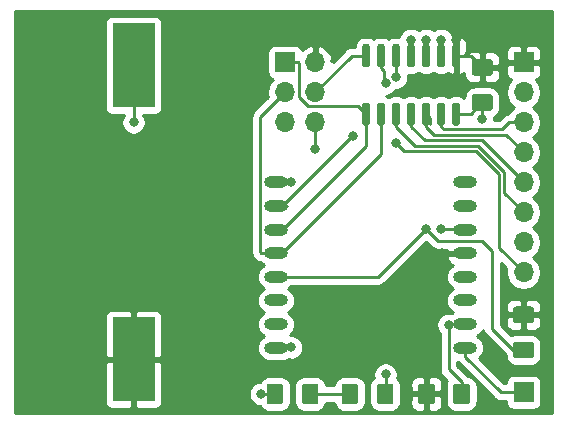
<source format=gbr>
G04 #@! TF.GenerationSoftware,KiCad,Pcbnew,5.1.5*
G04 #@! TF.CreationDate,2020-01-01T11:05:53+01:00*
G04 #@! TF.ProjectId,LORA_ATTINY84,4c4f5241-5f41-4545-9449-4e5938342e6b,rev?*
G04 #@! TF.SameCoordinates,Original*
G04 #@! TF.FileFunction,Copper,L1,Top*
G04 #@! TF.FilePolarity,Positive*
%FSLAX46Y46*%
G04 Gerber Fmt 4.6, Leading zero omitted, Abs format (unit mm)*
G04 Created by KiCad (PCBNEW 5.1.5) date 2020-01-01 11:05:53*
%MOMM*%
%LPD*%
G04 APERTURE LIST*
%ADD10C,0.100000*%
%ADD11O,1.700000X1.700000*%
%ADD12R,1.700000X1.700000*%
%ADD13R,3.600000X7.100000*%
%ADD14O,2.000000X1.000000*%
%ADD15C,0.800000*%
%ADD16C,0.250000*%
%ADD17C,0.254000*%
G04 APERTURE END LIST*
G04 #@! TA.AperFunction,SMDPad,CuDef*
D10*
G36*
X90184504Y-68921204D02*
G01*
X90208773Y-68924804D01*
X90232571Y-68930765D01*
X90255671Y-68939030D01*
X90277849Y-68949520D01*
X90298893Y-68962133D01*
X90318598Y-68976747D01*
X90336777Y-68993223D01*
X90353253Y-69011402D01*
X90367867Y-69031107D01*
X90380480Y-69052151D01*
X90390970Y-69074329D01*
X90399235Y-69097429D01*
X90405196Y-69121227D01*
X90408796Y-69145496D01*
X90410000Y-69170000D01*
X90410000Y-70095000D01*
X90408796Y-70119504D01*
X90405196Y-70143773D01*
X90399235Y-70167571D01*
X90390970Y-70190671D01*
X90380480Y-70212849D01*
X90367867Y-70233893D01*
X90353253Y-70253598D01*
X90336777Y-70271777D01*
X90318598Y-70288253D01*
X90298893Y-70302867D01*
X90277849Y-70315480D01*
X90255671Y-70325970D01*
X90232571Y-70334235D01*
X90208773Y-70340196D01*
X90184504Y-70343796D01*
X90160000Y-70345000D01*
X88910000Y-70345000D01*
X88885496Y-70343796D01*
X88861227Y-70340196D01*
X88837429Y-70334235D01*
X88814329Y-70325970D01*
X88792151Y-70315480D01*
X88771107Y-70302867D01*
X88751402Y-70288253D01*
X88733223Y-70271777D01*
X88716747Y-70253598D01*
X88702133Y-70233893D01*
X88689520Y-70212849D01*
X88679030Y-70190671D01*
X88670765Y-70167571D01*
X88664804Y-70143773D01*
X88661204Y-70119504D01*
X88660000Y-70095000D01*
X88660000Y-69170000D01*
X88661204Y-69145496D01*
X88664804Y-69121227D01*
X88670765Y-69097429D01*
X88679030Y-69074329D01*
X88689520Y-69052151D01*
X88702133Y-69031107D01*
X88716747Y-69011402D01*
X88733223Y-68993223D01*
X88751402Y-68976747D01*
X88771107Y-68962133D01*
X88792151Y-68949520D01*
X88814329Y-68939030D01*
X88837429Y-68930765D01*
X88861227Y-68924804D01*
X88885496Y-68921204D01*
X88910000Y-68920000D01*
X90160000Y-68920000D01*
X90184504Y-68921204D01*
G37*
G04 #@! TD.AperFunction*
G04 #@! TA.AperFunction,SMDPad,CuDef*
G36*
X90184504Y-71896204D02*
G01*
X90208773Y-71899804D01*
X90232571Y-71905765D01*
X90255671Y-71914030D01*
X90277849Y-71924520D01*
X90298893Y-71937133D01*
X90318598Y-71951747D01*
X90336777Y-71968223D01*
X90353253Y-71986402D01*
X90367867Y-72006107D01*
X90380480Y-72027151D01*
X90390970Y-72049329D01*
X90399235Y-72072429D01*
X90405196Y-72096227D01*
X90408796Y-72120496D01*
X90410000Y-72145000D01*
X90410000Y-73070000D01*
X90408796Y-73094504D01*
X90405196Y-73118773D01*
X90399235Y-73142571D01*
X90390970Y-73165671D01*
X90380480Y-73187849D01*
X90367867Y-73208893D01*
X90353253Y-73228598D01*
X90336777Y-73246777D01*
X90318598Y-73263253D01*
X90298893Y-73277867D01*
X90277849Y-73290480D01*
X90255671Y-73300970D01*
X90232571Y-73309235D01*
X90208773Y-73315196D01*
X90184504Y-73318796D01*
X90160000Y-73320000D01*
X88910000Y-73320000D01*
X88885496Y-73318796D01*
X88861227Y-73315196D01*
X88837429Y-73309235D01*
X88814329Y-73300970D01*
X88792151Y-73290480D01*
X88771107Y-73277867D01*
X88751402Y-73263253D01*
X88733223Y-73246777D01*
X88716747Y-73228598D01*
X88702133Y-73208893D01*
X88689520Y-73187849D01*
X88679030Y-73165671D01*
X88670765Y-73142571D01*
X88664804Y-73118773D01*
X88661204Y-73094504D01*
X88660000Y-73070000D01*
X88660000Y-72145000D01*
X88661204Y-72120496D01*
X88664804Y-72096227D01*
X88670765Y-72072429D01*
X88679030Y-72049329D01*
X88689520Y-72027151D01*
X88702133Y-72006107D01*
X88716747Y-71986402D01*
X88733223Y-71968223D01*
X88751402Y-71951747D01*
X88771107Y-71937133D01*
X88792151Y-71924520D01*
X88814329Y-71914030D01*
X88837429Y-71905765D01*
X88861227Y-71899804D01*
X88885496Y-71896204D01*
X88910000Y-71895000D01*
X90160000Y-71895000D01*
X90184504Y-71896204D01*
G37*
G04 #@! TD.AperFunction*
G04 #@! TA.AperFunction,SMDPad,CuDef*
G36*
X84778504Y-75453204D02*
G01*
X84802773Y-75456804D01*
X84826571Y-75462765D01*
X84849671Y-75471030D01*
X84871849Y-75481520D01*
X84892893Y-75494133D01*
X84912598Y-75508747D01*
X84930777Y-75525223D01*
X84947253Y-75543402D01*
X84961867Y-75563107D01*
X84974480Y-75584151D01*
X84984970Y-75606329D01*
X84993235Y-75629429D01*
X84999196Y-75653227D01*
X85002796Y-75677496D01*
X85004000Y-75702000D01*
X85004000Y-76952000D01*
X85002796Y-76976504D01*
X84999196Y-77000773D01*
X84993235Y-77024571D01*
X84984970Y-77047671D01*
X84974480Y-77069849D01*
X84961867Y-77090893D01*
X84947253Y-77110598D01*
X84930777Y-77128777D01*
X84912598Y-77145253D01*
X84892893Y-77159867D01*
X84871849Y-77172480D01*
X84849671Y-77182970D01*
X84826571Y-77191235D01*
X84802773Y-77197196D01*
X84778504Y-77200796D01*
X84754000Y-77202000D01*
X83829000Y-77202000D01*
X83804496Y-77200796D01*
X83780227Y-77197196D01*
X83756429Y-77191235D01*
X83733329Y-77182970D01*
X83711151Y-77172480D01*
X83690107Y-77159867D01*
X83670402Y-77145253D01*
X83652223Y-77128777D01*
X83635747Y-77110598D01*
X83621133Y-77090893D01*
X83608520Y-77069849D01*
X83598030Y-77047671D01*
X83589765Y-77024571D01*
X83583804Y-77000773D01*
X83580204Y-76976504D01*
X83579000Y-76952000D01*
X83579000Y-75702000D01*
X83580204Y-75677496D01*
X83583804Y-75653227D01*
X83589765Y-75629429D01*
X83598030Y-75606329D01*
X83608520Y-75584151D01*
X83621133Y-75563107D01*
X83635747Y-75543402D01*
X83652223Y-75525223D01*
X83670402Y-75508747D01*
X83690107Y-75494133D01*
X83711151Y-75481520D01*
X83733329Y-75471030D01*
X83756429Y-75462765D01*
X83780227Y-75456804D01*
X83804496Y-75453204D01*
X83829000Y-75452000D01*
X84754000Y-75452000D01*
X84778504Y-75453204D01*
G37*
G04 #@! TD.AperFunction*
G04 #@! TA.AperFunction,SMDPad,CuDef*
G36*
X81803504Y-75453204D02*
G01*
X81827773Y-75456804D01*
X81851571Y-75462765D01*
X81874671Y-75471030D01*
X81896849Y-75481520D01*
X81917893Y-75494133D01*
X81937598Y-75508747D01*
X81955777Y-75525223D01*
X81972253Y-75543402D01*
X81986867Y-75563107D01*
X81999480Y-75584151D01*
X82009970Y-75606329D01*
X82018235Y-75629429D01*
X82024196Y-75653227D01*
X82027796Y-75677496D01*
X82029000Y-75702000D01*
X82029000Y-76952000D01*
X82027796Y-76976504D01*
X82024196Y-77000773D01*
X82018235Y-77024571D01*
X82009970Y-77047671D01*
X81999480Y-77069849D01*
X81986867Y-77090893D01*
X81972253Y-77110598D01*
X81955777Y-77128777D01*
X81937598Y-77145253D01*
X81917893Y-77159867D01*
X81896849Y-77172480D01*
X81874671Y-77182970D01*
X81851571Y-77191235D01*
X81827773Y-77197196D01*
X81803504Y-77200796D01*
X81779000Y-77202000D01*
X80854000Y-77202000D01*
X80829496Y-77200796D01*
X80805227Y-77197196D01*
X80781429Y-77191235D01*
X80758329Y-77182970D01*
X80736151Y-77172480D01*
X80715107Y-77159867D01*
X80695402Y-77145253D01*
X80677223Y-77128777D01*
X80660747Y-77110598D01*
X80646133Y-77090893D01*
X80633520Y-77069849D01*
X80623030Y-77047671D01*
X80614765Y-77024571D01*
X80608804Y-77000773D01*
X80605204Y-76976504D01*
X80604000Y-76952000D01*
X80604000Y-75702000D01*
X80605204Y-75677496D01*
X80608804Y-75653227D01*
X80614765Y-75629429D01*
X80623030Y-75606329D01*
X80633520Y-75584151D01*
X80646133Y-75563107D01*
X80660747Y-75543402D01*
X80677223Y-75525223D01*
X80695402Y-75508747D01*
X80715107Y-75494133D01*
X80736151Y-75481520D01*
X80758329Y-75471030D01*
X80781429Y-75462765D01*
X80805227Y-75456804D01*
X80829496Y-75453204D01*
X80854000Y-75452000D01*
X81779000Y-75452000D01*
X81803504Y-75453204D01*
G37*
G04 #@! TD.AperFunction*
G04 #@! TA.AperFunction,SMDPad,CuDef*
G36*
X86692004Y-50941204D02*
G01*
X86716273Y-50944804D01*
X86740071Y-50950765D01*
X86763171Y-50959030D01*
X86785349Y-50969520D01*
X86806393Y-50982133D01*
X86826098Y-50996747D01*
X86844277Y-51013223D01*
X86860753Y-51031402D01*
X86875367Y-51051107D01*
X86887980Y-51072151D01*
X86898470Y-51094329D01*
X86906735Y-51117429D01*
X86912696Y-51141227D01*
X86916296Y-51165496D01*
X86917500Y-51190000D01*
X86917500Y-52115000D01*
X86916296Y-52139504D01*
X86912696Y-52163773D01*
X86906735Y-52187571D01*
X86898470Y-52210671D01*
X86887980Y-52232849D01*
X86875367Y-52253893D01*
X86860753Y-52273598D01*
X86844277Y-52291777D01*
X86826098Y-52308253D01*
X86806393Y-52322867D01*
X86785349Y-52335480D01*
X86763171Y-52345970D01*
X86740071Y-52354235D01*
X86716273Y-52360196D01*
X86692004Y-52363796D01*
X86667500Y-52365000D01*
X85417500Y-52365000D01*
X85392996Y-52363796D01*
X85368727Y-52360196D01*
X85344929Y-52354235D01*
X85321829Y-52345970D01*
X85299651Y-52335480D01*
X85278607Y-52322867D01*
X85258902Y-52308253D01*
X85240723Y-52291777D01*
X85224247Y-52273598D01*
X85209633Y-52253893D01*
X85197020Y-52232849D01*
X85186530Y-52210671D01*
X85178265Y-52187571D01*
X85172304Y-52163773D01*
X85168704Y-52139504D01*
X85167500Y-52115000D01*
X85167500Y-51190000D01*
X85168704Y-51165496D01*
X85172304Y-51141227D01*
X85178265Y-51117429D01*
X85186530Y-51094329D01*
X85197020Y-51072151D01*
X85209633Y-51051107D01*
X85224247Y-51031402D01*
X85240723Y-51013223D01*
X85258902Y-50996747D01*
X85278607Y-50982133D01*
X85299651Y-50969520D01*
X85321829Y-50959030D01*
X85344929Y-50950765D01*
X85368727Y-50944804D01*
X85392996Y-50941204D01*
X85417500Y-50940000D01*
X86667500Y-50940000D01*
X86692004Y-50941204D01*
G37*
G04 #@! TD.AperFunction*
G04 #@! TA.AperFunction,SMDPad,CuDef*
G36*
X86692004Y-47966204D02*
G01*
X86716273Y-47969804D01*
X86740071Y-47975765D01*
X86763171Y-47984030D01*
X86785349Y-47994520D01*
X86806393Y-48007133D01*
X86826098Y-48021747D01*
X86844277Y-48038223D01*
X86860753Y-48056402D01*
X86875367Y-48076107D01*
X86887980Y-48097151D01*
X86898470Y-48119329D01*
X86906735Y-48142429D01*
X86912696Y-48166227D01*
X86916296Y-48190496D01*
X86917500Y-48215000D01*
X86917500Y-49140000D01*
X86916296Y-49164504D01*
X86912696Y-49188773D01*
X86906735Y-49212571D01*
X86898470Y-49235671D01*
X86887980Y-49257849D01*
X86875367Y-49278893D01*
X86860753Y-49298598D01*
X86844277Y-49316777D01*
X86826098Y-49333253D01*
X86806393Y-49347867D01*
X86785349Y-49360480D01*
X86763171Y-49370970D01*
X86740071Y-49379235D01*
X86716273Y-49385196D01*
X86692004Y-49388796D01*
X86667500Y-49390000D01*
X85417500Y-49390000D01*
X85392996Y-49388796D01*
X85368727Y-49385196D01*
X85344929Y-49379235D01*
X85321829Y-49370970D01*
X85299651Y-49360480D01*
X85278607Y-49347867D01*
X85258902Y-49333253D01*
X85240723Y-49316777D01*
X85224247Y-49298598D01*
X85209633Y-49278893D01*
X85197020Y-49257849D01*
X85186530Y-49235671D01*
X85178265Y-49212571D01*
X85172304Y-49188773D01*
X85168704Y-49164504D01*
X85167500Y-49140000D01*
X85167500Y-48215000D01*
X85168704Y-48190496D01*
X85172304Y-48166227D01*
X85178265Y-48142429D01*
X85186530Y-48119329D01*
X85197020Y-48097151D01*
X85209633Y-48076107D01*
X85224247Y-48056402D01*
X85240723Y-48038223D01*
X85258902Y-48021747D01*
X85278607Y-48007133D01*
X85299651Y-47994520D01*
X85321829Y-47984030D01*
X85344929Y-47975765D01*
X85368727Y-47969804D01*
X85392996Y-47966204D01*
X85417500Y-47965000D01*
X86667500Y-47965000D01*
X86692004Y-47966204D01*
G37*
G04 #@! TD.AperFunction*
D11*
X71882000Y-53340000D03*
X69342000Y-53340000D03*
X71882000Y-50800000D03*
X69342000Y-50800000D03*
X71882000Y-48260000D03*
D12*
X69342000Y-48260000D03*
D11*
X89535000Y-66040000D03*
X89535000Y-63500000D03*
X89535000Y-60960000D03*
X89535000Y-58420000D03*
X89535000Y-55880000D03*
X89535000Y-53340000D03*
X89535000Y-50800000D03*
D12*
X89535000Y-48260000D03*
G04 #@! TA.AperFunction,SMDPad,CuDef*
D10*
G36*
X78301504Y-75453204D02*
G01*
X78325773Y-75456804D01*
X78349571Y-75462765D01*
X78372671Y-75471030D01*
X78394849Y-75481520D01*
X78415893Y-75494133D01*
X78435598Y-75508747D01*
X78453777Y-75525223D01*
X78470253Y-75543402D01*
X78484867Y-75563107D01*
X78497480Y-75584151D01*
X78507970Y-75606329D01*
X78516235Y-75629429D01*
X78522196Y-75653227D01*
X78525796Y-75677496D01*
X78527000Y-75702000D01*
X78527000Y-76952000D01*
X78525796Y-76976504D01*
X78522196Y-77000773D01*
X78516235Y-77024571D01*
X78507970Y-77047671D01*
X78497480Y-77069849D01*
X78484867Y-77090893D01*
X78470253Y-77110598D01*
X78453777Y-77128777D01*
X78435598Y-77145253D01*
X78415893Y-77159867D01*
X78394849Y-77172480D01*
X78372671Y-77182970D01*
X78349571Y-77191235D01*
X78325773Y-77197196D01*
X78301504Y-77200796D01*
X78277000Y-77202000D01*
X77352000Y-77202000D01*
X77327496Y-77200796D01*
X77303227Y-77197196D01*
X77279429Y-77191235D01*
X77256329Y-77182970D01*
X77234151Y-77172480D01*
X77213107Y-77159867D01*
X77193402Y-77145253D01*
X77175223Y-77128777D01*
X77158747Y-77110598D01*
X77144133Y-77090893D01*
X77131520Y-77069849D01*
X77121030Y-77047671D01*
X77112765Y-77024571D01*
X77106804Y-77000773D01*
X77103204Y-76976504D01*
X77102000Y-76952000D01*
X77102000Y-75702000D01*
X77103204Y-75677496D01*
X77106804Y-75653227D01*
X77112765Y-75629429D01*
X77121030Y-75606329D01*
X77131520Y-75584151D01*
X77144133Y-75563107D01*
X77158747Y-75543402D01*
X77175223Y-75525223D01*
X77193402Y-75508747D01*
X77213107Y-75494133D01*
X77234151Y-75481520D01*
X77256329Y-75471030D01*
X77279429Y-75462765D01*
X77303227Y-75456804D01*
X77327496Y-75453204D01*
X77352000Y-75452000D01*
X78277000Y-75452000D01*
X78301504Y-75453204D01*
G37*
G04 #@! TD.AperFunction*
G04 #@! TA.AperFunction,SMDPad,CuDef*
G36*
X75326504Y-75453204D02*
G01*
X75350773Y-75456804D01*
X75374571Y-75462765D01*
X75397671Y-75471030D01*
X75419849Y-75481520D01*
X75440893Y-75494133D01*
X75460598Y-75508747D01*
X75478777Y-75525223D01*
X75495253Y-75543402D01*
X75509867Y-75563107D01*
X75522480Y-75584151D01*
X75532970Y-75606329D01*
X75541235Y-75629429D01*
X75547196Y-75653227D01*
X75550796Y-75677496D01*
X75552000Y-75702000D01*
X75552000Y-76952000D01*
X75550796Y-76976504D01*
X75547196Y-77000773D01*
X75541235Y-77024571D01*
X75532970Y-77047671D01*
X75522480Y-77069849D01*
X75509867Y-77090893D01*
X75495253Y-77110598D01*
X75478777Y-77128777D01*
X75460598Y-77145253D01*
X75440893Y-77159867D01*
X75419849Y-77172480D01*
X75397671Y-77182970D01*
X75374571Y-77191235D01*
X75350773Y-77197196D01*
X75326504Y-77200796D01*
X75302000Y-77202000D01*
X74377000Y-77202000D01*
X74352496Y-77200796D01*
X74328227Y-77197196D01*
X74304429Y-77191235D01*
X74281329Y-77182970D01*
X74259151Y-77172480D01*
X74238107Y-77159867D01*
X74218402Y-77145253D01*
X74200223Y-77128777D01*
X74183747Y-77110598D01*
X74169133Y-77090893D01*
X74156520Y-77069849D01*
X74146030Y-77047671D01*
X74137765Y-77024571D01*
X74131804Y-77000773D01*
X74128204Y-76976504D01*
X74127000Y-76952000D01*
X74127000Y-75702000D01*
X74128204Y-75677496D01*
X74131804Y-75653227D01*
X74137765Y-75629429D01*
X74146030Y-75606329D01*
X74156520Y-75584151D01*
X74169133Y-75563107D01*
X74183747Y-75543402D01*
X74200223Y-75525223D01*
X74218402Y-75508747D01*
X74238107Y-75494133D01*
X74259151Y-75481520D01*
X74281329Y-75471030D01*
X74304429Y-75462765D01*
X74328227Y-75456804D01*
X74352496Y-75453204D01*
X74377000Y-75452000D01*
X75302000Y-75452000D01*
X75326504Y-75453204D01*
G37*
G04 #@! TD.AperFunction*
G04 #@! TA.AperFunction,SMDPad,CuDef*
G36*
X71951504Y-75453204D02*
G01*
X71975773Y-75456804D01*
X71999571Y-75462765D01*
X72022671Y-75471030D01*
X72044849Y-75481520D01*
X72065893Y-75494133D01*
X72085598Y-75508747D01*
X72103777Y-75525223D01*
X72120253Y-75543402D01*
X72134867Y-75563107D01*
X72147480Y-75584151D01*
X72157970Y-75606329D01*
X72166235Y-75629429D01*
X72172196Y-75653227D01*
X72175796Y-75677496D01*
X72177000Y-75702000D01*
X72177000Y-76952000D01*
X72175796Y-76976504D01*
X72172196Y-77000773D01*
X72166235Y-77024571D01*
X72157970Y-77047671D01*
X72147480Y-77069849D01*
X72134867Y-77090893D01*
X72120253Y-77110598D01*
X72103777Y-77128777D01*
X72085598Y-77145253D01*
X72065893Y-77159867D01*
X72044849Y-77172480D01*
X72022671Y-77182970D01*
X71999571Y-77191235D01*
X71975773Y-77197196D01*
X71951504Y-77200796D01*
X71927000Y-77202000D01*
X71002000Y-77202000D01*
X70977496Y-77200796D01*
X70953227Y-77197196D01*
X70929429Y-77191235D01*
X70906329Y-77182970D01*
X70884151Y-77172480D01*
X70863107Y-77159867D01*
X70843402Y-77145253D01*
X70825223Y-77128777D01*
X70808747Y-77110598D01*
X70794133Y-77090893D01*
X70781520Y-77069849D01*
X70771030Y-77047671D01*
X70762765Y-77024571D01*
X70756804Y-77000773D01*
X70753204Y-76976504D01*
X70752000Y-76952000D01*
X70752000Y-75702000D01*
X70753204Y-75677496D01*
X70756804Y-75653227D01*
X70762765Y-75629429D01*
X70771030Y-75606329D01*
X70781520Y-75584151D01*
X70794133Y-75563107D01*
X70808747Y-75543402D01*
X70825223Y-75525223D01*
X70843402Y-75508747D01*
X70863107Y-75494133D01*
X70884151Y-75481520D01*
X70906329Y-75471030D01*
X70929429Y-75462765D01*
X70953227Y-75456804D01*
X70977496Y-75453204D01*
X71002000Y-75452000D01*
X71927000Y-75452000D01*
X71951504Y-75453204D01*
G37*
G04 #@! TD.AperFunction*
G04 #@! TA.AperFunction,SMDPad,CuDef*
G36*
X68976504Y-75453204D02*
G01*
X69000773Y-75456804D01*
X69024571Y-75462765D01*
X69047671Y-75471030D01*
X69069849Y-75481520D01*
X69090893Y-75494133D01*
X69110598Y-75508747D01*
X69128777Y-75525223D01*
X69145253Y-75543402D01*
X69159867Y-75563107D01*
X69172480Y-75584151D01*
X69182970Y-75606329D01*
X69191235Y-75629429D01*
X69197196Y-75653227D01*
X69200796Y-75677496D01*
X69202000Y-75702000D01*
X69202000Y-76952000D01*
X69200796Y-76976504D01*
X69197196Y-77000773D01*
X69191235Y-77024571D01*
X69182970Y-77047671D01*
X69172480Y-77069849D01*
X69159867Y-77090893D01*
X69145253Y-77110598D01*
X69128777Y-77128777D01*
X69110598Y-77145253D01*
X69090893Y-77159867D01*
X69069849Y-77172480D01*
X69047671Y-77182970D01*
X69024571Y-77191235D01*
X69000773Y-77197196D01*
X68976504Y-77200796D01*
X68952000Y-77202000D01*
X68027000Y-77202000D01*
X68002496Y-77200796D01*
X67978227Y-77197196D01*
X67954429Y-77191235D01*
X67931329Y-77182970D01*
X67909151Y-77172480D01*
X67888107Y-77159867D01*
X67868402Y-77145253D01*
X67850223Y-77128777D01*
X67833747Y-77110598D01*
X67819133Y-77090893D01*
X67806520Y-77069849D01*
X67796030Y-77047671D01*
X67787765Y-77024571D01*
X67781804Y-77000773D01*
X67778204Y-76976504D01*
X67777000Y-76952000D01*
X67777000Y-75702000D01*
X67778204Y-75677496D01*
X67781804Y-75653227D01*
X67787765Y-75629429D01*
X67796030Y-75606329D01*
X67806520Y-75584151D01*
X67819133Y-75563107D01*
X67833747Y-75543402D01*
X67850223Y-75525223D01*
X67868402Y-75508747D01*
X67888107Y-75494133D01*
X67909151Y-75481520D01*
X67931329Y-75471030D01*
X67954429Y-75462765D01*
X67978227Y-75456804D01*
X68002496Y-75453204D01*
X68027000Y-75452000D01*
X68952000Y-75452000D01*
X68976504Y-75453204D01*
G37*
G04 #@! TD.AperFunction*
D13*
X56515000Y-48514000D03*
X56515000Y-73406000D03*
G04 #@! TA.AperFunction,SMDPad,CuDef*
D10*
G36*
X83984703Y-51665722D02*
G01*
X83999264Y-51667882D01*
X84013543Y-51671459D01*
X84027403Y-51676418D01*
X84040710Y-51682712D01*
X84053336Y-51690280D01*
X84065159Y-51699048D01*
X84076066Y-51708934D01*
X84085952Y-51719841D01*
X84094720Y-51731664D01*
X84102288Y-51744290D01*
X84108582Y-51757597D01*
X84113541Y-51771457D01*
X84117118Y-51785736D01*
X84119278Y-51800297D01*
X84120000Y-51815000D01*
X84120000Y-53465000D01*
X84119278Y-53479703D01*
X84117118Y-53494264D01*
X84113541Y-53508543D01*
X84108582Y-53522403D01*
X84102288Y-53535710D01*
X84094720Y-53548336D01*
X84085952Y-53560159D01*
X84076066Y-53571066D01*
X84065159Y-53580952D01*
X84053336Y-53589720D01*
X84040710Y-53597288D01*
X84027403Y-53603582D01*
X84013543Y-53608541D01*
X83999264Y-53612118D01*
X83984703Y-53614278D01*
X83970000Y-53615000D01*
X83670000Y-53615000D01*
X83655297Y-53614278D01*
X83640736Y-53612118D01*
X83626457Y-53608541D01*
X83612597Y-53603582D01*
X83599290Y-53597288D01*
X83586664Y-53589720D01*
X83574841Y-53580952D01*
X83563934Y-53571066D01*
X83554048Y-53560159D01*
X83545280Y-53548336D01*
X83537712Y-53535710D01*
X83531418Y-53522403D01*
X83526459Y-53508543D01*
X83522882Y-53494264D01*
X83520722Y-53479703D01*
X83520000Y-53465000D01*
X83520000Y-51815000D01*
X83520722Y-51800297D01*
X83522882Y-51785736D01*
X83526459Y-51771457D01*
X83531418Y-51757597D01*
X83537712Y-51744290D01*
X83545280Y-51731664D01*
X83554048Y-51719841D01*
X83563934Y-51708934D01*
X83574841Y-51699048D01*
X83586664Y-51690280D01*
X83599290Y-51682712D01*
X83612597Y-51676418D01*
X83626457Y-51671459D01*
X83640736Y-51667882D01*
X83655297Y-51665722D01*
X83670000Y-51665000D01*
X83970000Y-51665000D01*
X83984703Y-51665722D01*
G37*
G04 #@! TD.AperFunction*
G04 #@! TA.AperFunction,SMDPad,CuDef*
G36*
X82714703Y-51665722D02*
G01*
X82729264Y-51667882D01*
X82743543Y-51671459D01*
X82757403Y-51676418D01*
X82770710Y-51682712D01*
X82783336Y-51690280D01*
X82795159Y-51699048D01*
X82806066Y-51708934D01*
X82815952Y-51719841D01*
X82824720Y-51731664D01*
X82832288Y-51744290D01*
X82838582Y-51757597D01*
X82843541Y-51771457D01*
X82847118Y-51785736D01*
X82849278Y-51800297D01*
X82850000Y-51815000D01*
X82850000Y-53465000D01*
X82849278Y-53479703D01*
X82847118Y-53494264D01*
X82843541Y-53508543D01*
X82838582Y-53522403D01*
X82832288Y-53535710D01*
X82824720Y-53548336D01*
X82815952Y-53560159D01*
X82806066Y-53571066D01*
X82795159Y-53580952D01*
X82783336Y-53589720D01*
X82770710Y-53597288D01*
X82757403Y-53603582D01*
X82743543Y-53608541D01*
X82729264Y-53612118D01*
X82714703Y-53614278D01*
X82700000Y-53615000D01*
X82400000Y-53615000D01*
X82385297Y-53614278D01*
X82370736Y-53612118D01*
X82356457Y-53608541D01*
X82342597Y-53603582D01*
X82329290Y-53597288D01*
X82316664Y-53589720D01*
X82304841Y-53580952D01*
X82293934Y-53571066D01*
X82284048Y-53560159D01*
X82275280Y-53548336D01*
X82267712Y-53535710D01*
X82261418Y-53522403D01*
X82256459Y-53508543D01*
X82252882Y-53494264D01*
X82250722Y-53479703D01*
X82250000Y-53465000D01*
X82250000Y-51815000D01*
X82250722Y-51800297D01*
X82252882Y-51785736D01*
X82256459Y-51771457D01*
X82261418Y-51757597D01*
X82267712Y-51744290D01*
X82275280Y-51731664D01*
X82284048Y-51719841D01*
X82293934Y-51708934D01*
X82304841Y-51699048D01*
X82316664Y-51690280D01*
X82329290Y-51682712D01*
X82342597Y-51676418D01*
X82356457Y-51671459D01*
X82370736Y-51667882D01*
X82385297Y-51665722D01*
X82400000Y-51665000D01*
X82700000Y-51665000D01*
X82714703Y-51665722D01*
G37*
G04 #@! TD.AperFunction*
G04 #@! TA.AperFunction,SMDPad,CuDef*
G36*
X81444703Y-51665722D02*
G01*
X81459264Y-51667882D01*
X81473543Y-51671459D01*
X81487403Y-51676418D01*
X81500710Y-51682712D01*
X81513336Y-51690280D01*
X81525159Y-51699048D01*
X81536066Y-51708934D01*
X81545952Y-51719841D01*
X81554720Y-51731664D01*
X81562288Y-51744290D01*
X81568582Y-51757597D01*
X81573541Y-51771457D01*
X81577118Y-51785736D01*
X81579278Y-51800297D01*
X81580000Y-51815000D01*
X81580000Y-53465000D01*
X81579278Y-53479703D01*
X81577118Y-53494264D01*
X81573541Y-53508543D01*
X81568582Y-53522403D01*
X81562288Y-53535710D01*
X81554720Y-53548336D01*
X81545952Y-53560159D01*
X81536066Y-53571066D01*
X81525159Y-53580952D01*
X81513336Y-53589720D01*
X81500710Y-53597288D01*
X81487403Y-53603582D01*
X81473543Y-53608541D01*
X81459264Y-53612118D01*
X81444703Y-53614278D01*
X81430000Y-53615000D01*
X81130000Y-53615000D01*
X81115297Y-53614278D01*
X81100736Y-53612118D01*
X81086457Y-53608541D01*
X81072597Y-53603582D01*
X81059290Y-53597288D01*
X81046664Y-53589720D01*
X81034841Y-53580952D01*
X81023934Y-53571066D01*
X81014048Y-53560159D01*
X81005280Y-53548336D01*
X80997712Y-53535710D01*
X80991418Y-53522403D01*
X80986459Y-53508543D01*
X80982882Y-53494264D01*
X80980722Y-53479703D01*
X80980000Y-53465000D01*
X80980000Y-51815000D01*
X80980722Y-51800297D01*
X80982882Y-51785736D01*
X80986459Y-51771457D01*
X80991418Y-51757597D01*
X80997712Y-51744290D01*
X81005280Y-51731664D01*
X81014048Y-51719841D01*
X81023934Y-51708934D01*
X81034841Y-51699048D01*
X81046664Y-51690280D01*
X81059290Y-51682712D01*
X81072597Y-51676418D01*
X81086457Y-51671459D01*
X81100736Y-51667882D01*
X81115297Y-51665722D01*
X81130000Y-51665000D01*
X81430000Y-51665000D01*
X81444703Y-51665722D01*
G37*
G04 #@! TD.AperFunction*
G04 #@! TA.AperFunction,SMDPad,CuDef*
G36*
X80174703Y-51665722D02*
G01*
X80189264Y-51667882D01*
X80203543Y-51671459D01*
X80217403Y-51676418D01*
X80230710Y-51682712D01*
X80243336Y-51690280D01*
X80255159Y-51699048D01*
X80266066Y-51708934D01*
X80275952Y-51719841D01*
X80284720Y-51731664D01*
X80292288Y-51744290D01*
X80298582Y-51757597D01*
X80303541Y-51771457D01*
X80307118Y-51785736D01*
X80309278Y-51800297D01*
X80310000Y-51815000D01*
X80310000Y-53465000D01*
X80309278Y-53479703D01*
X80307118Y-53494264D01*
X80303541Y-53508543D01*
X80298582Y-53522403D01*
X80292288Y-53535710D01*
X80284720Y-53548336D01*
X80275952Y-53560159D01*
X80266066Y-53571066D01*
X80255159Y-53580952D01*
X80243336Y-53589720D01*
X80230710Y-53597288D01*
X80217403Y-53603582D01*
X80203543Y-53608541D01*
X80189264Y-53612118D01*
X80174703Y-53614278D01*
X80160000Y-53615000D01*
X79860000Y-53615000D01*
X79845297Y-53614278D01*
X79830736Y-53612118D01*
X79816457Y-53608541D01*
X79802597Y-53603582D01*
X79789290Y-53597288D01*
X79776664Y-53589720D01*
X79764841Y-53580952D01*
X79753934Y-53571066D01*
X79744048Y-53560159D01*
X79735280Y-53548336D01*
X79727712Y-53535710D01*
X79721418Y-53522403D01*
X79716459Y-53508543D01*
X79712882Y-53494264D01*
X79710722Y-53479703D01*
X79710000Y-53465000D01*
X79710000Y-51815000D01*
X79710722Y-51800297D01*
X79712882Y-51785736D01*
X79716459Y-51771457D01*
X79721418Y-51757597D01*
X79727712Y-51744290D01*
X79735280Y-51731664D01*
X79744048Y-51719841D01*
X79753934Y-51708934D01*
X79764841Y-51699048D01*
X79776664Y-51690280D01*
X79789290Y-51682712D01*
X79802597Y-51676418D01*
X79816457Y-51671459D01*
X79830736Y-51667882D01*
X79845297Y-51665722D01*
X79860000Y-51665000D01*
X80160000Y-51665000D01*
X80174703Y-51665722D01*
G37*
G04 #@! TD.AperFunction*
G04 #@! TA.AperFunction,SMDPad,CuDef*
G36*
X78904703Y-51665722D02*
G01*
X78919264Y-51667882D01*
X78933543Y-51671459D01*
X78947403Y-51676418D01*
X78960710Y-51682712D01*
X78973336Y-51690280D01*
X78985159Y-51699048D01*
X78996066Y-51708934D01*
X79005952Y-51719841D01*
X79014720Y-51731664D01*
X79022288Y-51744290D01*
X79028582Y-51757597D01*
X79033541Y-51771457D01*
X79037118Y-51785736D01*
X79039278Y-51800297D01*
X79040000Y-51815000D01*
X79040000Y-53465000D01*
X79039278Y-53479703D01*
X79037118Y-53494264D01*
X79033541Y-53508543D01*
X79028582Y-53522403D01*
X79022288Y-53535710D01*
X79014720Y-53548336D01*
X79005952Y-53560159D01*
X78996066Y-53571066D01*
X78985159Y-53580952D01*
X78973336Y-53589720D01*
X78960710Y-53597288D01*
X78947403Y-53603582D01*
X78933543Y-53608541D01*
X78919264Y-53612118D01*
X78904703Y-53614278D01*
X78890000Y-53615000D01*
X78590000Y-53615000D01*
X78575297Y-53614278D01*
X78560736Y-53612118D01*
X78546457Y-53608541D01*
X78532597Y-53603582D01*
X78519290Y-53597288D01*
X78506664Y-53589720D01*
X78494841Y-53580952D01*
X78483934Y-53571066D01*
X78474048Y-53560159D01*
X78465280Y-53548336D01*
X78457712Y-53535710D01*
X78451418Y-53522403D01*
X78446459Y-53508543D01*
X78442882Y-53494264D01*
X78440722Y-53479703D01*
X78440000Y-53465000D01*
X78440000Y-51815000D01*
X78440722Y-51800297D01*
X78442882Y-51785736D01*
X78446459Y-51771457D01*
X78451418Y-51757597D01*
X78457712Y-51744290D01*
X78465280Y-51731664D01*
X78474048Y-51719841D01*
X78483934Y-51708934D01*
X78494841Y-51699048D01*
X78506664Y-51690280D01*
X78519290Y-51682712D01*
X78532597Y-51676418D01*
X78546457Y-51671459D01*
X78560736Y-51667882D01*
X78575297Y-51665722D01*
X78590000Y-51665000D01*
X78890000Y-51665000D01*
X78904703Y-51665722D01*
G37*
G04 #@! TD.AperFunction*
G04 #@! TA.AperFunction,SMDPad,CuDef*
G36*
X77634703Y-51665722D02*
G01*
X77649264Y-51667882D01*
X77663543Y-51671459D01*
X77677403Y-51676418D01*
X77690710Y-51682712D01*
X77703336Y-51690280D01*
X77715159Y-51699048D01*
X77726066Y-51708934D01*
X77735952Y-51719841D01*
X77744720Y-51731664D01*
X77752288Y-51744290D01*
X77758582Y-51757597D01*
X77763541Y-51771457D01*
X77767118Y-51785736D01*
X77769278Y-51800297D01*
X77770000Y-51815000D01*
X77770000Y-53465000D01*
X77769278Y-53479703D01*
X77767118Y-53494264D01*
X77763541Y-53508543D01*
X77758582Y-53522403D01*
X77752288Y-53535710D01*
X77744720Y-53548336D01*
X77735952Y-53560159D01*
X77726066Y-53571066D01*
X77715159Y-53580952D01*
X77703336Y-53589720D01*
X77690710Y-53597288D01*
X77677403Y-53603582D01*
X77663543Y-53608541D01*
X77649264Y-53612118D01*
X77634703Y-53614278D01*
X77620000Y-53615000D01*
X77320000Y-53615000D01*
X77305297Y-53614278D01*
X77290736Y-53612118D01*
X77276457Y-53608541D01*
X77262597Y-53603582D01*
X77249290Y-53597288D01*
X77236664Y-53589720D01*
X77224841Y-53580952D01*
X77213934Y-53571066D01*
X77204048Y-53560159D01*
X77195280Y-53548336D01*
X77187712Y-53535710D01*
X77181418Y-53522403D01*
X77176459Y-53508543D01*
X77172882Y-53494264D01*
X77170722Y-53479703D01*
X77170000Y-53465000D01*
X77170000Y-51815000D01*
X77170722Y-51800297D01*
X77172882Y-51785736D01*
X77176459Y-51771457D01*
X77181418Y-51757597D01*
X77187712Y-51744290D01*
X77195280Y-51731664D01*
X77204048Y-51719841D01*
X77213934Y-51708934D01*
X77224841Y-51699048D01*
X77236664Y-51690280D01*
X77249290Y-51682712D01*
X77262597Y-51676418D01*
X77276457Y-51671459D01*
X77290736Y-51667882D01*
X77305297Y-51665722D01*
X77320000Y-51665000D01*
X77620000Y-51665000D01*
X77634703Y-51665722D01*
G37*
G04 #@! TD.AperFunction*
G04 #@! TA.AperFunction,SMDPad,CuDef*
G36*
X76364703Y-51665722D02*
G01*
X76379264Y-51667882D01*
X76393543Y-51671459D01*
X76407403Y-51676418D01*
X76420710Y-51682712D01*
X76433336Y-51690280D01*
X76445159Y-51699048D01*
X76456066Y-51708934D01*
X76465952Y-51719841D01*
X76474720Y-51731664D01*
X76482288Y-51744290D01*
X76488582Y-51757597D01*
X76493541Y-51771457D01*
X76497118Y-51785736D01*
X76499278Y-51800297D01*
X76500000Y-51815000D01*
X76500000Y-53465000D01*
X76499278Y-53479703D01*
X76497118Y-53494264D01*
X76493541Y-53508543D01*
X76488582Y-53522403D01*
X76482288Y-53535710D01*
X76474720Y-53548336D01*
X76465952Y-53560159D01*
X76456066Y-53571066D01*
X76445159Y-53580952D01*
X76433336Y-53589720D01*
X76420710Y-53597288D01*
X76407403Y-53603582D01*
X76393543Y-53608541D01*
X76379264Y-53612118D01*
X76364703Y-53614278D01*
X76350000Y-53615000D01*
X76050000Y-53615000D01*
X76035297Y-53614278D01*
X76020736Y-53612118D01*
X76006457Y-53608541D01*
X75992597Y-53603582D01*
X75979290Y-53597288D01*
X75966664Y-53589720D01*
X75954841Y-53580952D01*
X75943934Y-53571066D01*
X75934048Y-53560159D01*
X75925280Y-53548336D01*
X75917712Y-53535710D01*
X75911418Y-53522403D01*
X75906459Y-53508543D01*
X75902882Y-53494264D01*
X75900722Y-53479703D01*
X75900000Y-53465000D01*
X75900000Y-51815000D01*
X75900722Y-51800297D01*
X75902882Y-51785736D01*
X75906459Y-51771457D01*
X75911418Y-51757597D01*
X75917712Y-51744290D01*
X75925280Y-51731664D01*
X75934048Y-51719841D01*
X75943934Y-51708934D01*
X75954841Y-51699048D01*
X75966664Y-51690280D01*
X75979290Y-51682712D01*
X75992597Y-51676418D01*
X76006457Y-51671459D01*
X76020736Y-51667882D01*
X76035297Y-51665722D01*
X76050000Y-51665000D01*
X76350000Y-51665000D01*
X76364703Y-51665722D01*
G37*
G04 #@! TD.AperFunction*
G04 #@! TA.AperFunction,SMDPad,CuDef*
G36*
X76364703Y-46715722D02*
G01*
X76379264Y-46717882D01*
X76393543Y-46721459D01*
X76407403Y-46726418D01*
X76420710Y-46732712D01*
X76433336Y-46740280D01*
X76445159Y-46749048D01*
X76456066Y-46758934D01*
X76465952Y-46769841D01*
X76474720Y-46781664D01*
X76482288Y-46794290D01*
X76488582Y-46807597D01*
X76493541Y-46821457D01*
X76497118Y-46835736D01*
X76499278Y-46850297D01*
X76500000Y-46865000D01*
X76500000Y-48515000D01*
X76499278Y-48529703D01*
X76497118Y-48544264D01*
X76493541Y-48558543D01*
X76488582Y-48572403D01*
X76482288Y-48585710D01*
X76474720Y-48598336D01*
X76465952Y-48610159D01*
X76456066Y-48621066D01*
X76445159Y-48630952D01*
X76433336Y-48639720D01*
X76420710Y-48647288D01*
X76407403Y-48653582D01*
X76393543Y-48658541D01*
X76379264Y-48662118D01*
X76364703Y-48664278D01*
X76350000Y-48665000D01*
X76050000Y-48665000D01*
X76035297Y-48664278D01*
X76020736Y-48662118D01*
X76006457Y-48658541D01*
X75992597Y-48653582D01*
X75979290Y-48647288D01*
X75966664Y-48639720D01*
X75954841Y-48630952D01*
X75943934Y-48621066D01*
X75934048Y-48610159D01*
X75925280Y-48598336D01*
X75917712Y-48585710D01*
X75911418Y-48572403D01*
X75906459Y-48558543D01*
X75902882Y-48544264D01*
X75900722Y-48529703D01*
X75900000Y-48515000D01*
X75900000Y-46865000D01*
X75900722Y-46850297D01*
X75902882Y-46835736D01*
X75906459Y-46821457D01*
X75911418Y-46807597D01*
X75917712Y-46794290D01*
X75925280Y-46781664D01*
X75934048Y-46769841D01*
X75943934Y-46758934D01*
X75954841Y-46749048D01*
X75966664Y-46740280D01*
X75979290Y-46732712D01*
X75992597Y-46726418D01*
X76006457Y-46721459D01*
X76020736Y-46717882D01*
X76035297Y-46715722D01*
X76050000Y-46715000D01*
X76350000Y-46715000D01*
X76364703Y-46715722D01*
G37*
G04 #@! TD.AperFunction*
G04 #@! TA.AperFunction,SMDPad,CuDef*
G36*
X77634703Y-46715722D02*
G01*
X77649264Y-46717882D01*
X77663543Y-46721459D01*
X77677403Y-46726418D01*
X77690710Y-46732712D01*
X77703336Y-46740280D01*
X77715159Y-46749048D01*
X77726066Y-46758934D01*
X77735952Y-46769841D01*
X77744720Y-46781664D01*
X77752288Y-46794290D01*
X77758582Y-46807597D01*
X77763541Y-46821457D01*
X77767118Y-46835736D01*
X77769278Y-46850297D01*
X77770000Y-46865000D01*
X77770000Y-48515000D01*
X77769278Y-48529703D01*
X77767118Y-48544264D01*
X77763541Y-48558543D01*
X77758582Y-48572403D01*
X77752288Y-48585710D01*
X77744720Y-48598336D01*
X77735952Y-48610159D01*
X77726066Y-48621066D01*
X77715159Y-48630952D01*
X77703336Y-48639720D01*
X77690710Y-48647288D01*
X77677403Y-48653582D01*
X77663543Y-48658541D01*
X77649264Y-48662118D01*
X77634703Y-48664278D01*
X77620000Y-48665000D01*
X77320000Y-48665000D01*
X77305297Y-48664278D01*
X77290736Y-48662118D01*
X77276457Y-48658541D01*
X77262597Y-48653582D01*
X77249290Y-48647288D01*
X77236664Y-48639720D01*
X77224841Y-48630952D01*
X77213934Y-48621066D01*
X77204048Y-48610159D01*
X77195280Y-48598336D01*
X77187712Y-48585710D01*
X77181418Y-48572403D01*
X77176459Y-48558543D01*
X77172882Y-48544264D01*
X77170722Y-48529703D01*
X77170000Y-48515000D01*
X77170000Y-46865000D01*
X77170722Y-46850297D01*
X77172882Y-46835736D01*
X77176459Y-46821457D01*
X77181418Y-46807597D01*
X77187712Y-46794290D01*
X77195280Y-46781664D01*
X77204048Y-46769841D01*
X77213934Y-46758934D01*
X77224841Y-46749048D01*
X77236664Y-46740280D01*
X77249290Y-46732712D01*
X77262597Y-46726418D01*
X77276457Y-46721459D01*
X77290736Y-46717882D01*
X77305297Y-46715722D01*
X77320000Y-46715000D01*
X77620000Y-46715000D01*
X77634703Y-46715722D01*
G37*
G04 #@! TD.AperFunction*
G04 #@! TA.AperFunction,SMDPad,CuDef*
G36*
X78904703Y-46715722D02*
G01*
X78919264Y-46717882D01*
X78933543Y-46721459D01*
X78947403Y-46726418D01*
X78960710Y-46732712D01*
X78973336Y-46740280D01*
X78985159Y-46749048D01*
X78996066Y-46758934D01*
X79005952Y-46769841D01*
X79014720Y-46781664D01*
X79022288Y-46794290D01*
X79028582Y-46807597D01*
X79033541Y-46821457D01*
X79037118Y-46835736D01*
X79039278Y-46850297D01*
X79040000Y-46865000D01*
X79040000Y-48515000D01*
X79039278Y-48529703D01*
X79037118Y-48544264D01*
X79033541Y-48558543D01*
X79028582Y-48572403D01*
X79022288Y-48585710D01*
X79014720Y-48598336D01*
X79005952Y-48610159D01*
X78996066Y-48621066D01*
X78985159Y-48630952D01*
X78973336Y-48639720D01*
X78960710Y-48647288D01*
X78947403Y-48653582D01*
X78933543Y-48658541D01*
X78919264Y-48662118D01*
X78904703Y-48664278D01*
X78890000Y-48665000D01*
X78590000Y-48665000D01*
X78575297Y-48664278D01*
X78560736Y-48662118D01*
X78546457Y-48658541D01*
X78532597Y-48653582D01*
X78519290Y-48647288D01*
X78506664Y-48639720D01*
X78494841Y-48630952D01*
X78483934Y-48621066D01*
X78474048Y-48610159D01*
X78465280Y-48598336D01*
X78457712Y-48585710D01*
X78451418Y-48572403D01*
X78446459Y-48558543D01*
X78442882Y-48544264D01*
X78440722Y-48529703D01*
X78440000Y-48515000D01*
X78440000Y-46865000D01*
X78440722Y-46850297D01*
X78442882Y-46835736D01*
X78446459Y-46821457D01*
X78451418Y-46807597D01*
X78457712Y-46794290D01*
X78465280Y-46781664D01*
X78474048Y-46769841D01*
X78483934Y-46758934D01*
X78494841Y-46749048D01*
X78506664Y-46740280D01*
X78519290Y-46732712D01*
X78532597Y-46726418D01*
X78546457Y-46721459D01*
X78560736Y-46717882D01*
X78575297Y-46715722D01*
X78590000Y-46715000D01*
X78890000Y-46715000D01*
X78904703Y-46715722D01*
G37*
G04 #@! TD.AperFunction*
G04 #@! TA.AperFunction,SMDPad,CuDef*
G36*
X80174703Y-46715722D02*
G01*
X80189264Y-46717882D01*
X80203543Y-46721459D01*
X80217403Y-46726418D01*
X80230710Y-46732712D01*
X80243336Y-46740280D01*
X80255159Y-46749048D01*
X80266066Y-46758934D01*
X80275952Y-46769841D01*
X80284720Y-46781664D01*
X80292288Y-46794290D01*
X80298582Y-46807597D01*
X80303541Y-46821457D01*
X80307118Y-46835736D01*
X80309278Y-46850297D01*
X80310000Y-46865000D01*
X80310000Y-48515000D01*
X80309278Y-48529703D01*
X80307118Y-48544264D01*
X80303541Y-48558543D01*
X80298582Y-48572403D01*
X80292288Y-48585710D01*
X80284720Y-48598336D01*
X80275952Y-48610159D01*
X80266066Y-48621066D01*
X80255159Y-48630952D01*
X80243336Y-48639720D01*
X80230710Y-48647288D01*
X80217403Y-48653582D01*
X80203543Y-48658541D01*
X80189264Y-48662118D01*
X80174703Y-48664278D01*
X80160000Y-48665000D01*
X79860000Y-48665000D01*
X79845297Y-48664278D01*
X79830736Y-48662118D01*
X79816457Y-48658541D01*
X79802597Y-48653582D01*
X79789290Y-48647288D01*
X79776664Y-48639720D01*
X79764841Y-48630952D01*
X79753934Y-48621066D01*
X79744048Y-48610159D01*
X79735280Y-48598336D01*
X79727712Y-48585710D01*
X79721418Y-48572403D01*
X79716459Y-48558543D01*
X79712882Y-48544264D01*
X79710722Y-48529703D01*
X79710000Y-48515000D01*
X79710000Y-46865000D01*
X79710722Y-46850297D01*
X79712882Y-46835736D01*
X79716459Y-46821457D01*
X79721418Y-46807597D01*
X79727712Y-46794290D01*
X79735280Y-46781664D01*
X79744048Y-46769841D01*
X79753934Y-46758934D01*
X79764841Y-46749048D01*
X79776664Y-46740280D01*
X79789290Y-46732712D01*
X79802597Y-46726418D01*
X79816457Y-46721459D01*
X79830736Y-46717882D01*
X79845297Y-46715722D01*
X79860000Y-46715000D01*
X80160000Y-46715000D01*
X80174703Y-46715722D01*
G37*
G04 #@! TD.AperFunction*
G04 #@! TA.AperFunction,SMDPad,CuDef*
G36*
X81444703Y-46715722D02*
G01*
X81459264Y-46717882D01*
X81473543Y-46721459D01*
X81487403Y-46726418D01*
X81500710Y-46732712D01*
X81513336Y-46740280D01*
X81525159Y-46749048D01*
X81536066Y-46758934D01*
X81545952Y-46769841D01*
X81554720Y-46781664D01*
X81562288Y-46794290D01*
X81568582Y-46807597D01*
X81573541Y-46821457D01*
X81577118Y-46835736D01*
X81579278Y-46850297D01*
X81580000Y-46865000D01*
X81580000Y-48515000D01*
X81579278Y-48529703D01*
X81577118Y-48544264D01*
X81573541Y-48558543D01*
X81568582Y-48572403D01*
X81562288Y-48585710D01*
X81554720Y-48598336D01*
X81545952Y-48610159D01*
X81536066Y-48621066D01*
X81525159Y-48630952D01*
X81513336Y-48639720D01*
X81500710Y-48647288D01*
X81487403Y-48653582D01*
X81473543Y-48658541D01*
X81459264Y-48662118D01*
X81444703Y-48664278D01*
X81430000Y-48665000D01*
X81130000Y-48665000D01*
X81115297Y-48664278D01*
X81100736Y-48662118D01*
X81086457Y-48658541D01*
X81072597Y-48653582D01*
X81059290Y-48647288D01*
X81046664Y-48639720D01*
X81034841Y-48630952D01*
X81023934Y-48621066D01*
X81014048Y-48610159D01*
X81005280Y-48598336D01*
X80997712Y-48585710D01*
X80991418Y-48572403D01*
X80986459Y-48558543D01*
X80982882Y-48544264D01*
X80980722Y-48529703D01*
X80980000Y-48515000D01*
X80980000Y-46865000D01*
X80980722Y-46850297D01*
X80982882Y-46835736D01*
X80986459Y-46821457D01*
X80991418Y-46807597D01*
X80997712Y-46794290D01*
X81005280Y-46781664D01*
X81014048Y-46769841D01*
X81023934Y-46758934D01*
X81034841Y-46749048D01*
X81046664Y-46740280D01*
X81059290Y-46732712D01*
X81072597Y-46726418D01*
X81086457Y-46721459D01*
X81100736Y-46717882D01*
X81115297Y-46715722D01*
X81130000Y-46715000D01*
X81430000Y-46715000D01*
X81444703Y-46715722D01*
G37*
G04 #@! TD.AperFunction*
G04 #@! TA.AperFunction,SMDPad,CuDef*
G36*
X82714703Y-46715722D02*
G01*
X82729264Y-46717882D01*
X82743543Y-46721459D01*
X82757403Y-46726418D01*
X82770710Y-46732712D01*
X82783336Y-46740280D01*
X82795159Y-46749048D01*
X82806066Y-46758934D01*
X82815952Y-46769841D01*
X82824720Y-46781664D01*
X82832288Y-46794290D01*
X82838582Y-46807597D01*
X82843541Y-46821457D01*
X82847118Y-46835736D01*
X82849278Y-46850297D01*
X82850000Y-46865000D01*
X82850000Y-48515000D01*
X82849278Y-48529703D01*
X82847118Y-48544264D01*
X82843541Y-48558543D01*
X82838582Y-48572403D01*
X82832288Y-48585710D01*
X82824720Y-48598336D01*
X82815952Y-48610159D01*
X82806066Y-48621066D01*
X82795159Y-48630952D01*
X82783336Y-48639720D01*
X82770710Y-48647288D01*
X82757403Y-48653582D01*
X82743543Y-48658541D01*
X82729264Y-48662118D01*
X82714703Y-48664278D01*
X82700000Y-48665000D01*
X82400000Y-48665000D01*
X82385297Y-48664278D01*
X82370736Y-48662118D01*
X82356457Y-48658541D01*
X82342597Y-48653582D01*
X82329290Y-48647288D01*
X82316664Y-48639720D01*
X82304841Y-48630952D01*
X82293934Y-48621066D01*
X82284048Y-48610159D01*
X82275280Y-48598336D01*
X82267712Y-48585710D01*
X82261418Y-48572403D01*
X82256459Y-48558543D01*
X82252882Y-48544264D01*
X82250722Y-48529703D01*
X82250000Y-48515000D01*
X82250000Y-46865000D01*
X82250722Y-46850297D01*
X82252882Y-46835736D01*
X82256459Y-46821457D01*
X82261418Y-46807597D01*
X82267712Y-46794290D01*
X82275280Y-46781664D01*
X82284048Y-46769841D01*
X82293934Y-46758934D01*
X82304841Y-46749048D01*
X82316664Y-46740280D01*
X82329290Y-46732712D01*
X82342597Y-46726418D01*
X82356457Y-46721459D01*
X82370736Y-46717882D01*
X82385297Y-46715722D01*
X82400000Y-46715000D01*
X82700000Y-46715000D01*
X82714703Y-46715722D01*
G37*
G04 #@! TD.AperFunction*
G04 #@! TA.AperFunction,SMDPad,CuDef*
G36*
X83984703Y-46715722D02*
G01*
X83999264Y-46717882D01*
X84013543Y-46721459D01*
X84027403Y-46726418D01*
X84040710Y-46732712D01*
X84053336Y-46740280D01*
X84065159Y-46749048D01*
X84076066Y-46758934D01*
X84085952Y-46769841D01*
X84094720Y-46781664D01*
X84102288Y-46794290D01*
X84108582Y-46807597D01*
X84113541Y-46821457D01*
X84117118Y-46835736D01*
X84119278Y-46850297D01*
X84120000Y-46865000D01*
X84120000Y-48515000D01*
X84119278Y-48529703D01*
X84117118Y-48544264D01*
X84113541Y-48558543D01*
X84108582Y-48572403D01*
X84102288Y-48585710D01*
X84094720Y-48598336D01*
X84085952Y-48610159D01*
X84076066Y-48621066D01*
X84065159Y-48630952D01*
X84053336Y-48639720D01*
X84040710Y-48647288D01*
X84027403Y-48653582D01*
X84013543Y-48658541D01*
X83999264Y-48662118D01*
X83984703Y-48664278D01*
X83970000Y-48665000D01*
X83670000Y-48665000D01*
X83655297Y-48664278D01*
X83640736Y-48662118D01*
X83626457Y-48658541D01*
X83612597Y-48653582D01*
X83599290Y-48647288D01*
X83586664Y-48639720D01*
X83574841Y-48630952D01*
X83563934Y-48621066D01*
X83554048Y-48610159D01*
X83545280Y-48598336D01*
X83537712Y-48585710D01*
X83531418Y-48572403D01*
X83526459Y-48558543D01*
X83522882Y-48544264D01*
X83520722Y-48529703D01*
X83520000Y-48515000D01*
X83520000Y-46865000D01*
X83520722Y-46850297D01*
X83522882Y-46835736D01*
X83526459Y-46821457D01*
X83531418Y-46807597D01*
X83537712Y-46794290D01*
X83545280Y-46781664D01*
X83554048Y-46769841D01*
X83563934Y-46758934D01*
X83574841Y-46749048D01*
X83586664Y-46740280D01*
X83599290Y-46732712D01*
X83612597Y-46726418D01*
X83626457Y-46721459D01*
X83640736Y-46717882D01*
X83655297Y-46715722D01*
X83670000Y-46715000D01*
X83970000Y-46715000D01*
X83984703Y-46715722D01*
G37*
G04 #@! TD.AperFunction*
D14*
X84580000Y-58420000D03*
X84580000Y-60420000D03*
X84580000Y-62420000D03*
X84580000Y-64420000D03*
X84580000Y-66420000D03*
X84580000Y-68420000D03*
X84580000Y-70420000D03*
X84580000Y-72420000D03*
X68580000Y-72420000D03*
X68580000Y-70420000D03*
X68580000Y-68420000D03*
X68580000Y-66420000D03*
X68580000Y-64420000D03*
X68580000Y-62420000D03*
X68580000Y-60420000D03*
X68580000Y-58420000D03*
D12*
X89535000Y-76200000D03*
D15*
X83185000Y-70485000D03*
X69850000Y-72390000D03*
X69850000Y-58420000D03*
X56515000Y-53340000D03*
X67310000Y-76327000D03*
X71882000Y-55626000D03*
X86042500Y-53086000D03*
X83820000Y-46355000D03*
X82595720Y-64414400D03*
X78740000Y-55118000D03*
X78740000Y-49530000D03*
X77851000Y-74676000D03*
X77851000Y-50038000D03*
X75057000Y-54483000D03*
X82550000Y-46355000D03*
X82550000Y-62357000D03*
X81280000Y-46355000D03*
X81280000Y-62357000D03*
X80010000Y-46355000D03*
D16*
X84580000Y-70420000D02*
X83250000Y-70420000D01*
X83250000Y-70420000D02*
X83185000Y-70485000D01*
X68580000Y-72420000D02*
X69820000Y-72420000D01*
X69820000Y-72420000D02*
X69850000Y-72390000D01*
X68580000Y-58420000D02*
X69850000Y-58420000D01*
X56515000Y-48514000D02*
X56515000Y-53340000D01*
X68489500Y-76327000D02*
X67310000Y-76327000D01*
X71882000Y-53340000D02*
X71882000Y-55626000D01*
X83185000Y-71050685D02*
X83185000Y-70485000D01*
X84291500Y-75352000D02*
X83185000Y-74245500D01*
X83185000Y-74245500D02*
X83185000Y-71050685D01*
X84291500Y-76327000D02*
X84291500Y-75352000D01*
X85055000Y-52640000D02*
X86042500Y-51652500D01*
X83820000Y-52640000D02*
X85055000Y-52640000D01*
X86042500Y-51652500D02*
X86042500Y-53086000D01*
X83820000Y-47690000D02*
X83820000Y-46355000D01*
X81316500Y-75352000D02*
X81316500Y-76327000D01*
X85055000Y-47690000D02*
X86042500Y-48677500D01*
X83820000Y-47690000D02*
X85055000Y-47690000D01*
X84580000Y-64420000D02*
X82601320Y-64420000D01*
X82601320Y-64420000D02*
X82595720Y-64414400D01*
X82595720Y-64414400D02*
X81316500Y-65693620D01*
X81316500Y-65693620D02*
X81316500Y-66183180D01*
X81316500Y-66072815D02*
X81316500Y-66183180D01*
X81316500Y-66183180D02*
X81316500Y-75352000D01*
X89535000Y-66040000D02*
X87433990Y-63938990D01*
X87433990Y-59759010D02*
X87433990Y-57717400D01*
X87433990Y-59759010D02*
X87433990Y-59495400D01*
X87433990Y-63938990D02*
X87433990Y-59759010D01*
X87433990Y-57717400D02*
X85480610Y-55764020D01*
X85480610Y-55764020D02*
X79386020Y-55764020D01*
X79386020Y-55764020D02*
X78740000Y-55118000D01*
X78740000Y-49530000D02*
X78740000Y-47690000D01*
X77695010Y-48990010D02*
X77470000Y-48765000D01*
X77470000Y-48765000D02*
X77470000Y-47690000D01*
X77851000Y-76290500D02*
X77814500Y-76327000D01*
X77851000Y-74676000D02*
X77851000Y-76290500D01*
X77695010Y-48990010D02*
X77695010Y-49882010D01*
X77695010Y-49882010D02*
X77851000Y-50038000D01*
X89535000Y-60960000D02*
X87884000Y-59309000D01*
X87884000Y-59309000D02*
X87884000Y-57531000D01*
X87884000Y-57531000D02*
X85667010Y-55314010D01*
X78740000Y-53715000D02*
X78740000Y-52640000D01*
X80339010Y-55314010D02*
X78740000Y-53715000D01*
X85667010Y-55314010D02*
X80339010Y-55314010D01*
X80010000Y-53715000D02*
X80010000Y-52640000D01*
X85979000Y-54864000D02*
X81159000Y-54864000D01*
X81159000Y-54864000D02*
X80010000Y-53715000D01*
X89535000Y-58420000D02*
X85979000Y-54864000D01*
X89535000Y-55880000D02*
X89535000Y-55079002D01*
X81650710Y-53010710D02*
X81650710Y-53456710D01*
X81280000Y-52640000D02*
X81650710Y-53010710D01*
X81280000Y-53715000D02*
X81280000Y-52640000D01*
X81955019Y-54390019D02*
X81280000Y-53715000D01*
X88045019Y-54390019D02*
X81955019Y-54390019D01*
X89535000Y-55880000D02*
X88045019Y-54390019D01*
X88332919Y-53340000D02*
X89535000Y-53340000D01*
X82550000Y-53715000D02*
X82775010Y-53940010D01*
X87732909Y-53940010D02*
X88332919Y-53340000D01*
X82775010Y-53940010D02*
X87732909Y-53940010D01*
X82550000Y-52640000D02*
X82550000Y-53715000D01*
X70442000Y-48260000D02*
X69342000Y-48260000D01*
X70517001Y-48335001D02*
X70442000Y-48260000D01*
X70517001Y-51213001D02*
X70517001Y-48335001D01*
X71279001Y-51975001D02*
X70517001Y-51213001D01*
X75535001Y-51975001D02*
X71279001Y-51975001D01*
X76200000Y-52640000D02*
X75535001Y-51975001D01*
X76200000Y-53715000D02*
X76200000Y-52640000D01*
X76200000Y-55300000D02*
X76200000Y-53715000D01*
X69080000Y-62420000D02*
X76200000Y-55300000D01*
X68580000Y-62420000D02*
X69080000Y-62420000D01*
X69080000Y-64420000D02*
X68580000Y-64420000D01*
X77470000Y-56030000D02*
X69080000Y-64420000D01*
X77470000Y-52640000D02*
X77470000Y-56030000D01*
X68492001Y-51649999D02*
X69342000Y-50800000D01*
X67254990Y-64344990D02*
X67254990Y-52887010D01*
X67254990Y-52887010D02*
X68492001Y-51649999D01*
X67330000Y-64420000D02*
X67254990Y-64344990D01*
X68580000Y-64420000D02*
X67330000Y-64420000D01*
X69495000Y-60420000D02*
X68580000Y-60420000D01*
X74992000Y-47690000D02*
X71882000Y-50800000D01*
X76200000Y-47690000D02*
X74992000Y-47690000D01*
X68580000Y-60420000D02*
X69080000Y-60420000D01*
X75017000Y-54483000D02*
X75057000Y-54483000D01*
X69080000Y-60420000D02*
X75017000Y-54483000D01*
X82550000Y-47690000D02*
X82550000Y-46355000D01*
X84517000Y-62357000D02*
X84580000Y-62420000D01*
X82550000Y-62357000D02*
X84517000Y-62357000D01*
X81280000Y-47690000D02*
X81280000Y-46355000D01*
X77217000Y-66420000D02*
X81280000Y-62357000D01*
X68580000Y-66420000D02*
X77217000Y-66420000D01*
X88660000Y-72607500D02*
X89535000Y-72607500D01*
X81280000Y-62357000D02*
X82296000Y-63373000D01*
X82296000Y-63373000D02*
X85979000Y-63373000D01*
X86868000Y-64262000D02*
X86868000Y-70815500D01*
X86868000Y-70815500D02*
X88660000Y-72607500D01*
X85979000Y-63373000D02*
X86868000Y-64262000D01*
X80010000Y-47690000D02*
X80010000Y-46355000D01*
X74027000Y-76327000D02*
X71464500Y-76327000D01*
X74839500Y-76327000D02*
X74027000Y-76327000D01*
X84580000Y-73170000D02*
X87610000Y-76200000D01*
X88435000Y-76200000D02*
X89535000Y-76200000D01*
X87610000Y-76200000D02*
X88435000Y-76200000D01*
X84580000Y-72420000D02*
X84580000Y-73170000D01*
D17*
G36*
X91948000Y-77978000D02*
G01*
X46482000Y-77978000D01*
X46482000Y-76956000D01*
X54076928Y-76956000D01*
X54089188Y-77080482D01*
X54125498Y-77200180D01*
X54184463Y-77310494D01*
X54263815Y-77407185D01*
X54360506Y-77486537D01*
X54470820Y-77545502D01*
X54590518Y-77581812D01*
X54715000Y-77594072D01*
X56229250Y-77591000D01*
X56388000Y-77432250D01*
X56388000Y-73533000D01*
X56642000Y-73533000D01*
X56642000Y-77432250D01*
X56800750Y-77591000D01*
X58315000Y-77594072D01*
X58439482Y-77581812D01*
X58559180Y-77545502D01*
X58669494Y-77486537D01*
X58766185Y-77407185D01*
X58845537Y-77310494D01*
X58904502Y-77200180D01*
X58940812Y-77080482D01*
X58953072Y-76956000D01*
X58952385Y-76225061D01*
X66275000Y-76225061D01*
X66275000Y-76428939D01*
X66314774Y-76628898D01*
X66392795Y-76817256D01*
X66506063Y-76986774D01*
X66650226Y-77130937D01*
X66819744Y-77244205D01*
X67008102Y-77322226D01*
X67208061Y-77362000D01*
X67244024Y-77362000D01*
X67288595Y-77445386D01*
X67399038Y-77579962D01*
X67533614Y-77690405D01*
X67687150Y-77772472D01*
X67853746Y-77823008D01*
X68027000Y-77840072D01*
X68952000Y-77840072D01*
X69125254Y-77823008D01*
X69291850Y-77772472D01*
X69445386Y-77690405D01*
X69579962Y-77579962D01*
X69690405Y-77445386D01*
X69772472Y-77291850D01*
X69823008Y-77125254D01*
X69840072Y-76952000D01*
X69840072Y-75702000D01*
X70113928Y-75702000D01*
X70113928Y-76952000D01*
X70130992Y-77125254D01*
X70181528Y-77291850D01*
X70263595Y-77445386D01*
X70374038Y-77579962D01*
X70508614Y-77690405D01*
X70662150Y-77772472D01*
X70828746Y-77823008D01*
X71002000Y-77840072D01*
X71927000Y-77840072D01*
X72100254Y-77823008D01*
X72266850Y-77772472D01*
X72420386Y-77690405D01*
X72554962Y-77579962D01*
X72665405Y-77445386D01*
X72747472Y-77291850D01*
X72798008Y-77125254D01*
X72801776Y-77087000D01*
X73502224Y-77087000D01*
X73505992Y-77125254D01*
X73556528Y-77291850D01*
X73638595Y-77445386D01*
X73749038Y-77579962D01*
X73883614Y-77690405D01*
X74037150Y-77772472D01*
X74203746Y-77823008D01*
X74377000Y-77840072D01*
X75302000Y-77840072D01*
X75475254Y-77823008D01*
X75641850Y-77772472D01*
X75795386Y-77690405D01*
X75929962Y-77579962D01*
X76040405Y-77445386D01*
X76122472Y-77291850D01*
X76173008Y-77125254D01*
X76190072Y-76952000D01*
X76190072Y-75702000D01*
X76463928Y-75702000D01*
X76463928Y-76952000D01*
X76480992Y-77125254D01*
X76531528Y-77291850D01*
X76613595Y-77445386D01*
X76724038Y-77579962D01*
X76858614Y-77690405D01*
X77012150Y-77772472D01*
X77178746Y-77823008D01*
X77352000Y-77840072D01*
X78277000Y-77840072D01*
X78450254Y-77823008D01*
X78616850Y-77772472D01*
X78770386Y-77690405D01*
X78904962Y-77579962D01*
X79015405Y-77445386D01*
X79097472Y-77291850D01*
X79124727Y-77202000D01*
X79965928Y-77202000D01*
X79978188Y-77326482D01*
X80014498Y-77446180D01*
X80073463Y-77556494D01*
X80152815Y-77653185D01*
X80249506Y-77732537D01*
X80359820Y-77791502D01*
X80479518Y-77827812D01*
X80604000Y-77840072D01*
X81030750Y-77837000D01*
X81189500Y-77678250D01*
X81189500Y-76454000D01*
X81443500Y-76454000D01*
X81443500Y-77678250D01*
X81602250Y-77837000D01*
X82029000Y-77840072D01*
X82153482Y-77827812D01*
X82273180Y-77791502D01*
X82383494Y-77732537D01*
X82480185Y-77653185D01*
X82559537Y-77556494D01*
X82618502Y-77446180D01*
X82654812Y-77326482D01*
X82667072Y-77202000D01*
X82664000Y-76612750D01*
X82505250Y-76454000D01*
X81443500Y-76454000D01*
X81189500Y-76454000D01*
X80127750Y-76454000D01*
X79969000Y-76612750D01*
X79965928Y-77202000D01*
X79124727Y-77202000D01*
X79148008Y-77125254D01*
X79165072Y-76952000D01*
X79165072Y-75702000D01*
X79148008Y-75528746D01*
X79124728Y-75452000D01*
X79965928Y-75452000D01*
X79969000Y-76041250D01*
X80127750Y-76200000D01*
X81189500Y-76200000D01*
X81189500Y-74975750D01*
X81443500Y-74975750D01*
X81443500Y-76200000D01*
X82505250Y-76200000D01*
X82664000Y-76041250D01*
X82667072Y-75452000D01*
X82654812Y-75327518D01*
X82618502Y-75207820D01*
X82559537Y-75097506D01*
X82480185Y-75000815D01*
X82383494Y-74921463D01*
X82273180Y-74862498D01*
X82153482Y-74826188D01*
X82029000Y-74813928D01*
X81602250Y-74817000D01*
X81443500Y-74975750D01*
X81189500Y-74975750D01*
X81030750Y-74817000D01*
X80604000Y-74813928D01*
X80479518Y-74826188D01*
X80359820Y-74862498D01*
X80249506Y-74921463D01*
X80152815Y-75000815D01*
X80073463Y-75097506D01*
X80014498Y-75207820D01*
X79978188Y-75327518D01*
X79965928Y-75452000D01*
X79124728Y-75452000D01*
X79097472Y-75362150D01*
X79015405Y-75208614D01*
X78904962Y-75074038D01*
X78831407Y-75013673D01*
X78846226Y-74977898D01*
X78886000Y-74777939D01*
X78886000Y-74574061D01*
X78846226Y-74374102D01*
X78768205Y-74185744D01*
X78654937Y-74016226D01*
X78510774Y-73872063D01*
X78341256Y-73758795D01*
X78152898Y-73680774D01*
X77952939Y-73641000D01*
X77749061Y-73641000D01*
X77549102Y-73680774D01*
X77360744Y-73758795D01*
X77191226Y-73872063D01*
X77047063Y-74016226D01*
X76933795Y-74185744D01*
X76855774Y-74374102D01*
X76816000Y-74574061D01*
X76816000Y-74777939D01*
X76853727Y-74967606D01*
X76724038Y-75074038D01*
X76613595Y-75208614D01*
X76531528Y-75362150D01*
X76480992Y-75528746D01*
X76463928Y-75702000D01*
X76190072Y-75702000D01*
X76173008Y-75528746D01*
X76122472Y-75362150D01*
X76040405Y-75208614D01*
X75929962Y-75074038D01*
X75795386Y-74963595D01*
X75641850Y-74881528D01*
X75475254Y-74830992D01*
X75302000Y-74813928D01*
X74377000Y-74813928D01*
X74203746Y-74830992D01*
X74037150Y-74881528D01*
X73883614Y-74963595D01*
X73749038Y-75074038D01*
X73638595Y-75208614D01*
X73556528Y-75362150D01*
X73505992Y-75528746D01*
X73502224Y-75567000D01*
X72801776Y-75567000D01*
X72798008Y-75528746D01*
X72747472Y-75362150D01*
X72665405Y-75208614D01*
X72554962Y-75074038D01*
X72420386Y-74963595D01*
X72266850Y-74881528D01*
X72100254Y-74830992D01*
X71927000Y-74813928D01*
X71002000Y-74813928D01*
X70828746Y-74830992D01*
X70662150Y-74881528D01*
X70508614Y-74963595D01*
X70374038Y-75074038D01*
X70263595Y-75208614D01*
X70181528Y-75362150D01*
X70130992Y-75528746D01*
X70113928Y-75702000D01*
X69840072Y-75702000D01*
X69823008Y-75528746D01*
X69772472Y-75362150D01*
X69690405Y-75208614D01*
X69579962Y-75074038D01*
X69445386Y-74963595D01*
X69291850Y-74881528D01*
X69125254Y-74830992D01*
X68952000Y-74813928D01*
X68027000Y-74813928D01*
X67853746Y-74830992D01*
X67687150Y-74881528D01*
X67533614Y-74963595D01*
X67399038Y-75074038D01*
X67288595Y-75208614D01*
X67244024Y-75292000D01*
X67208061Y-75292000D01*
X67008102Y-75331774D01*
X66819744Y-75409795D01*
X66650226Y-75523063D01*
X66506063Y-75667226D01*
X66392795Y-75836744D01*
X66314774Y-76025102D01*
X66275000Y-76225061D01*
X58952385Y-76225061D01*
X58950000Y-73691750D01*
X58791250Y-73533000D01*
X56642000Y-73533000D01*
X56388000Y-73533000D01*
X54238750Y-73533000D01*
X54080000Y-73691750D01*
X54076928Y-76956000D01*
X46482000Y-76956000D01*
X46482000Y-69856000D01*
X54076928Y-69856000D01*
X54080000Y-73120250D01*
X54238750Y-73279000D01*
X56388000Y-73279000D01*
X56388000Y-69379750D01*
X56642000Y-69379750D01*
X56642000Y-73279000D01*
X58791250Y-73279000D01*
X58950000Y-73120250D01*
X58953072Y-69856000D01*
X58940812Y-69731518D01*
X58904502Y-69611820D01*
X58845537Y-69501506D01*
X58766185Y-69404815D01*
X58669494Y-69325463D01*
X58559180Y-69266498D01*
X58439482Y-69230188D01*
X58315000Y-69217928D01*
X56800750Y-69221000D01*
X56642000Y-69379750D01*
X56388000Y-69379750D01*
X56229250Y-69221000D01*
X54715000Y-69217928D01*
X54590518Y-69230188D01*
X54470820Y-69266498D01*
X54360506Y-69325463D01*
X54263815Y-69404815D01*
X54184463Y-69501506D01*
X54125498Y-69611820D01*
X54089188Y-69731518D01*
X54076928Y-69856000D01*
X46482000Y-69856000D01*
X46482000Y-44964000D01*
X54076928Y-44964000D01*
X54076928Y-52064000D01*
X54089188Y-52188482D01*
X54125498Y-52308180D01*
X54184463Y-52418494D01*
X54263815Y-52515185D01*
X54360506Y-52594537D01*
X54470820Y-52653502D01*
X54590518Y-52689812D01*
X54715000Y-52702072D01*
X55696466Y-52702072D01*
X55597795Y-52849744D01*
X55519774Y-53038102D01*
X55480000Y-53238061D01*
X55480000Y-53441939D01*
X55519774Y-53641898D01*
X55597795Y-53830256D01*
X55711063Y-53999774D01*
X55855226Y-54143937D01*
X56024744Y-54257205D01*
X56213102Y-54335226D01*
X56413061Y-54375000D01*
X56616939Y-54375000D01*
X56816898Y-54335226D01*
X57005256Y-54257205D01*
X57174774Y-54143937D01*
X57318937Y-53999774D01*
X57432205Y-53830256D01*
X57510226Y-53641898D01*
X57550000Y-53441939D01*
X57550000Y-53238061D01*
X57510226Y-53038102D01*
X57447642Y-52887010D01*
X66491314Y-52887010D01*
X66494991Y-52924342D01*
X66494990Y-64307668D01*
X66491314Y-64344990D01*
X66494990Y-64382312D01*
X66494990Y-64382322D01*
X66505987Y-64493975D01*
X66528741Y-64568985D01*
X66549444Y-64637236D01*
X66620016Y-64769266D01*
X66646881Y-64802001D01*
X66714989Y-64884991D01*
X66743993Y-64908794D01*
X66766196Y-64930997D01*
X66789999Y-64960001D01*
X66905724Y-65054974D01*
X67037753Y-65125546D01*
X67181014Y-65169003D01*
X67230398Y-65173867D01*
X67273551Y-65226449D01*
X67446377Y-65368284D01*
X67543132Y-65420000D01*
X67446377Y-65471716D01*
X67273551Y-65613551D01*
X67131716Y-65786377D01*
X67026324Y-65983553D01*
X66961423Y-66197501D01*
X66939509Y-66420000D01*
X66961423Y-66642499D01*
X67026324Y-66856447D01*
X67131716Y-67053623D01*
X67273551Y-67226449D01*
X67446377Y-67368284D01*
X67543132Y-67420000D01*
X67446377Y-67471716D01*
X67273551Y-67613551D01*
X67131716Y-67786377D01*
X67026324Y-67983553D01*
X66961423Y-68197501D01*
X66939509Y-68420000D01*
X66961423Y-68642499D01*
X67026324Y-68856447D01*
X67131716Y-69053623D01*
X67273551Y-69226449D01*
X67446377Y-69368284D01*
X67543132Y-69420000D01*
X67446377Y-69471716D01*
X67273551Y-69613551D01*
X67131716Y-69786377D01*
X67026324Y-69983553D01*
X66961423Y-70197501D01*
X66939509Y-70420000D01*
X66961423Y-70642499D01*
X67026324Y-70856447D01*
X67131716Y-71053623D01*
X67273551Y-71226449D01*
X67446377Y-71368284D01*
X67543132Y-71420000D01*
X67446377Y-71471716D01*
X67273551Y-71613551D01*
X67131716Y-71786377D01*
X67026324Y-71983553D01*
X66961423Y-72197501D01*
X66939509Y-72420000D01*
X66961423Y-72642499D01*
X67026324Y-72856447D01*
X67131716Y-73053623D01*
X67273551Y-73226449D01*
X67446377Y-73368284D01*
X67643553Y-73473676D01*
X67857501Y-73538577D01*
X68024248Y-73555000D01*
X69135752Y-73555000D01*
X69302499Y-73538577D01*
X69516447Y-73473676D01*
X69645632Y-73404626D01*
X69748061Y-73425000D01*
X69951939Y-73425000D01*
X70151898Y-73385226D01*
X70340256Y-73307205D01*
X70509774Y-73193937D01*
X70653937Y-73049774D01*
X70767205Y-72880256D01*
X70845226Y-72691898D01*
X70885000Y-72491939D01*
X70885000Y-72288061D01*
X70845226Y-72088102D01*
X70767205Y-71899744D01*
X70653937Y-71730226D01*
X70509774Y-71586063D01*
X70340256Y-71472795D01*
X70151898Y-71394774D01*
X69951939Y-71355000D01*
X69748061Y-71355000D01*
X69723971Y-71359792D01*
X69886449Y-71226449D01*
X70028284Y-71053623D01*
X70133676Y-70856447D01*
X70198577Y-70642499D01*
X70220491Y-70420000D01*
X70198577Y-70197501D01*
X70133676Y-69983553D01*
X70028284Y-69786377D01*
X69886449Y-69613551D01*
X69713623Y-69471716D01*
X69616868Y-69420000D01*
X69713623Y-69368284D01*
X69886449Y-69226449D01*
X70028284Y-69053623D01*
X70133676Y-68856447D01*
X70198577Y-68642499D01*
X70220491Y-68420000D01*
X70198577Y-68197501D01*
X70133676Y-67983553D01*
X70028284Y-67786377D01*
X69886449Y-67613551D01*
X69713623Y-67471716D01*
X69616868Y-67420000D01*
X69713623Y-67368284D01*
X69886449Y-67226449D01*
X69924569Y-67180000D01*
X77179678Y-67180000D01*
X77217000Y-67183676D01*
X77254322Y-67180000D01*
X77254333Y-67180000D01*
X77365986Y-67169003D01*
X77509247Y-67125546D01*
X77641276Y-67054974D01*
X77757001Y-66960001D01*
X77780804Y-66930997D01*
X81280000Y-63431802D01*
X81732200Y-63884002D01*
X81755999Y-63913001D01*
X81784997Y-63936799D01*
X81871723Y-64007974D01*
X82003753Y-64078546D01*
X82147014Y-64122003D01*
X82258667Y-64133000D01*
X82258677Y-64133000D01*
X82296000Y-64136676D01*
X82333322Y-64133000D01*
X82996612Y-64133000D01*
X83112046Y-64293000D01*
X84453000Y-64293000D01*
X84453000Y-64273000D01*
X84707000Y-64273000D01*
X84707000Y-64293000D01*
X84727000Y-64293000D01*
X84727000Y-64547000D01*
X84707000Y-64547000D01*
X84707000Y-64567000D01*
X84453000Y-64567000D01*
X84453000Y-64547000D01*
X83112046Y-64547000D01*
X82985881Y-64721874D01*
X83065724Y-64944976D01*
X83187631Y-65132764D01*
X83343831Y-65293161D01*
X83528322Y-65420003D01*
X83536527Y-65423530D01*
X83446377Y-65471716D01*
X83273551Y-65613551D01*
X83131716Y-65786377D01*
X83026324Y-65983553D01*
X82961423Y-66197501D01*
X82939509Y-66420000D01*
X82961423Y-66642499D01*
X83026324Y-66856447D01*
X83131716Y-67053623D01*
X83273551Y-67226449D01*
X83446377Y-67368284D01*
X83543132Y-67420000D01*
X83446377Y-67471716D01*
X83273551Y-67613551D01*
X83131716Y-67786377D01*
X83026324Y-67983553D01*
X82961423Y-68197501D01*
X82939509Y-68420000D01*
X82961423Y-68642499D01*
X83026324Y-68856447D01*
X83131716Y-69053623D01*
X83273551Y-69226449D01*
X83446377Y-69368284D01*
X83543132Y-69420000D01*
X83446377Y-69471716D01*
X83436571Y-69479763D01*
X83286939Y-69450000D01*
X83083061Y-69450000D01*
X82883102Y-69489774D01*
X82694744Y-69567795D01*
X82525226Y-69681063D01*
X82381063Y-69825226D01*
X82267795Y-69994744D01*
X82189774Y-70183102D01*
X82150000Y-70383061D01*
X82150000Y-70586939D01*
X82189774Y-70786898D01*
X82267795Y-70975256D01*
X82381063Y-71144774D01*
X82425001Y-71188712D01*
X82425000Y-74208177D01*
X82421324Y-74245500D01*
X82425000Y-74282822D01*
X82425000Y-74282832D01*
X82435997Y-74394485D01*
X82476199Y-74527014D01*
X82479454Y-74537746D01*
X82550026Y-74669776D01*
X82584620Y-74711928D01*
X82644999Y-74785501D01*
X82674002Y-74809304D01*
X83084575Y-75219876D01*
X83008528Y-75362150D01*
X82957992Y-75528746D01*
X82940928Y-75702000D01*
X82940928Y-76952000D01*
X82957992Y-77125254D01*
X83008528Y-77291850D01*
X83090595Y-77445386D01*
X83201038Y-77579962D01*
X83335614Y-77690405D01*
X83489150Y-77772472D01*
X83655746Y-77823008D01*
X83829000Y-77840072D01*
X84754000Y-77840072D01*
X84927254Y-77823008D01*
X85093850Y-77772472D01*
X85247386Y-77690405D01*
X85381962Y-77579962D01*
X85492405Y-77445386D01*
X85574472Y-77291850D01*
X85625008Y-77125254D01*
X85642072Y-76952000D01*
X85642072Y-75702000D01*
X85625008Y-75528746D01*
X85574472Y-75362150D01*
X85492405Y-75208614D01*
X85381962Y-75074038D01*
X85247386Y-74963595D01*
X85093850Y-74881528D01*
X84927254Y-74830992D01*
X84840039Y-74822402D01*
X84831501Y-74811999D01*
X84802503Y-74788201D01*
X83945000Y-73930699D01*
X83945000Y-73594227D01*
X83945026Y-73594276D01*
X83983372Y-73641000D01*
X84040000Y-73710001D01*
X84068998Y-73733799D01*
X87046201Y-76711003D01*
X87069999Y-76740001D01*
X87098997Y-76763799D01*
X87185723Y-76834974D01*
X87317753Y-76905546D01*
X87461014Y-76949003D01*
X87572667Y-76960000D01*
X87572676Y-76960000D01*
X87609999Y-76963676D01*
X87647322Y-76960000D01*
X88046928Y-76960000D01*
X88046928Y-77050000D01*
X88059188Y-77174482D01*
X88095498Y-77294180D01*
X88154463Y-77404494D01*
X88233815Y-77501185D01*
X88330506Y-77580537D01*
X88440820Y-77639502D01*
X88560518Y-77675812D01*
X88685000Y-77688072D01*
X90385000Y-77688072D01*
X90509482Y-77675812D01*
X90629180Y-77639502D01*
X90739494Y-77580537D01*
X90836185Y-77501185D01*
X90915537Y-77404494D01*
X90974502Y-77294180D01*
X91010812Y-77174482D01*
X91023072Y-77050000D01*
X91023072Y-75350000D01*
X91010812Y-75225518D01*
X90974502Y-75105820D01*
X90915537Y-74995506D01*
X90836185Y-74898815D01*
X90739494Y-74819463D01*
X90629180Y-74760498D01*
X90509482Y-74724188D01*
X90385000Y-74711928D01*
X88685000Y-74711928D01*
X88560518Y-74724188D01*
X88440820Y-74760498D01*
X88330506Y-74819463D01*
X88233815Y-74898815D01*
X88154463Y-74995506D01*
X88095498Y-75105820D01*
X88059188Y-75225518D01*
X88046928Y-75350000D01*
X88046928Y-75440000D01*
X87924802Y-75440000D01*
X85790222Y-73305421D01*
X85886449Y-73226449D01*
X86028284Y-73053623D01*
X86133676Y-72856447D01*
X86198577Y-72642499D01*
X86220491Y-72420000D01*
X86198577Y-72197501D01*
X86133676Y-71983553D01*
X86028284Y-71786377D01*
X85886449Y-71613551D01*
X85713623Y-71471716D01*
X85616868Y-71420000D01*
X85713623Y-71368284D01*
X85886449Y-71226449D01*
X86028284Y-71053623D01*
X86112297Y-70896445D01*
X86118998Y-70964485D01*
X86162454Y-71107746D01*
X86233026Y-71239776D01*
X86261107Y-71273992D01*
X86328000Y-71355501D01*
X86356998Y-71379299D01*
X88021928Y-73044230D01*
X88021928Y-73070000D01*
X88038992Y-73243254D01*
X88089528Y-73409850D01*
X88171595Y-73563386D01*
X88282038Y-73697962D01*
X88416614Y-73808405D01*
X88570150Y-73890472D01*
X88736746Y-73941008D01*
X88910000Y-73958072D01*
X90160000Y-73958072D01*
X90333254Y-73941008D01*
X90499850Y-73890472D01*
X90653386Y-73808405D01*
X90787962Y-73697962D01*
X90898405Y-73563386D01*
X90980472Y-73409850D01*
X91031008Y-73243254D01*
X91048072Y-73070000D01*
X91048072Y-72145000D01*
X91031008Y-71971746D01*
X90980472Y-71805150D01*
X90898405Y-71651614D01*
X90787962Y-71517038D01*
X90653386Y-71406595D01*
X90499850Y-71324528D01*
X90333254Y-71273992D01*
X90160000Y-71256928D01*
X88910000Y-71256928D01*
X88736746Y-71273992D01*
X88570150Y-71324528D01*
X88493044Y-71365742D01*
X87628000Y-70500699D01*
X87628000Y-70345000D01*
X88021928Y-70345000D01*
X88034188Y-70469482D01*
X88070498Y-70589180D01*
X88129463Y-70699494D01*
X88208815Y-70796185D01*
X88305506Y-70875537D01*
X88415820Y-70934502D01*
X88535518Y-70970812D01*
X88660000Y-70983072D01*
X89249250Y-70980000D01*
X89408000Y-70821250D01*
X89408000Y-69759500D01*
X89662000Y-69759500D01*
X89662000Y-70821250D01*
X89820750Y-70980000D01*
X90410000Y-70983072D01*
X90534482Y-70970812D01*
X90654180Y-70934502D01*
X90764494Y-70875537D01*
X90861185Y-70796185D01*
X90940537Y-70699494D01*
X90999502Y-70589180D01*
X91035812Y-70469482D01*
X91048072Y-70345000D01*
X91045000Y-69918250D01*
X90886250Y-69759500D01*
X89662000Y-69759500D01*
X89408000Y-69759500D01*
X88183750Y-69759500D01*
X88025000Y-69918250D01*
X88021928Y-70345000D01*
X87628000Y-70345000D01*
X87628000Y-68920000D01*
X88021928Y-68920000D01*
X88025000Y-69346750D01*
X88183750Y-69505500D01*
X89408000Y-69505500D01*
X89408000Y-68443750D01*
X89662000Y-68443750D01*
X89662000Y-69505500D01*
X90886250Y-69505500D01*
X91045000Y-69346750D01*
X91048072Y-68920000D01*
X91035812Y-68795518D01*
X90999502Y-68675820D01*
X90940537Y-68565506D01*
X90861185Y-68468815D01*
X90764494Y-68389463D01*
X90654180Y-68330498D01*
X90534482Y-68294188D01*
X90410000Y-68281928D01*
X89820750Y-68285000D01*
X89662000Y-68443750D01*
X89408000Y-68443750D01*
X89249250Y-68285000D01*
X88660000Y-68281928D01*
X88535518Y-68294188D01*
X88415820Y-68330498D01*
X88305506Y-68389463D01*
X88208815Y-68468815D01*
X88129463Y-68565506D01*
X88070498Y-68675820D01*
X88034188Y-68795518D01*
X88021928Y-68920000D01*
X87628000Y-68920000D01*
X87628000Y-65207801D01*
X88093790Y-65673592D01*
X88050000Y-65893740D01*
X88050000Y-66186260D01*
X88107068Y-66473158D01*
X88219010Y-66743411D01*
X88381525Y-66986632D01*
X88588368Y-67193475D01*
X88831589Y-67355990D01*
X89101842Y-67467932D01*
X89388740Y-67525000D01*
X89681260Y-67525000D01*
X89968158Y-67467932D01*
X90238411Y-67355990D01*
X90481632Y-67193475D01*
X90688475Y-66986632D01*
X90850990Y-66743411D01*
X90962932Y-66473158D01*
X91020000Y-66186260D01*
X91020000Y-65893740D01*
X90962932Y-65606842D01*
X90850990Y-65336589D01*
X90688475Y-65093368D01*
X90481632Y-64886525D01*
X90307240Y-64770000D01*
X90481632Y-64653475D01*
X90688475Y-64446632D01*
X90850990Y-64203411D01*
X90962932Y-63933158D01*
X91020000Y-63646260D01*
X91020000Y-63353740D01*
X90962932Y-63066842D01*
X90850990Y-62796589D01*
X90688475Y-62553368D01*
X90481632Y-62346525D01*
X90307240Y-62230000D01*
X90481632Y-62113475D01*
X90688475Y-61906632D01*
X90850990Y-61663411D01*
X90962932Y-61393158D01*
X91020000Y-61106260D01*
X91020000Y-60813740D01*
X90962932Y-60526842D01*
X90850990Y-60256589D01*
X90688475Y-60013368D01*
X90481632Y-59806525D01*
X90307240Y-59690000D01*
X90481632Y-59573475D01*
X90688475Y-59366632D01*
X90850990Y-59123411D01*
X90962932Y-58853158D01*
X91020000Y-58566260D01*
X91020000Y-58273740D01*
X90962932Y-57986842D01*
X90850990Y-57716589D01*
X90688475Y-57473368D01*
X90481632Y-57266525D01*
X90307240Y-57150000D01*
X90481632Y-57033475D01*
X90688475Y-56826632D01*
X90850990Y-56583411D01*
X90962932Y-56313158D01*
X91020000Y-56026260D01*
X91020000Y-55733740D01*
X90962932Y-55446842D01*
X90850990Y-55176589D01*
X90688475Y-54933368D01*
X90481632Y-54726525D01*
X90307240Y-54610000D01*
X90481632Y-54493475D01*
X90688475Y-54286632D01*
X90850990Y-54043411D01*
X90962932Y-53773158D01*
X91020000Y-53486260D01*
X91020000Y-53193740D01*
X90962932Y-52906842D01*
X90850990Y-52636589D01*
X90688475Y-52393368D01*
X90481632Y-52186525D01*
X90307240Y-52070000D01*
X90481632Y-51953475D01*
X90688475Y-51746632D01*
X90850990Y-51503411D01*
X90962932Y-51233158D01*
X91020000Y-50946260D01*
X91020000Y-50653740D01*
X90962932Y-50366842D01*
X90850990Y-50096589D01*
X90688475Y-49853368D01*
X90556620Y-49721513D01*
X90629180Y-49699502D01*
X90739494Y-49640537D01*
X90836185Y-49561185D01*
X90915537Y-49464494D01*
X90974502Y-49354180D01*
X91010812Y-49234482D01*
X91023072Y-49110000D01*
X91020000Y-48545750D01*
X90861250Y-48387000D01*
X89662000Y-48387000D01*
X89662000Y-48407000D01*
X89408000Y-48407000D01*
X89408000Y-48387000D01*
X88208750Y-48387000D01*
X88050000Y-48545750D01*
X88046928Y-49110000D01*
X88059188Y-49234482D01*
X88095498Y-49354180D01*
X88154463Y-49464494D01*
X88233815Y-49561185D01*
X88330506Y-49640537D01*
X88440820Y-49699502D01*
X88513380Y-49721513D01*
X88381525Y-49853368D01*
X88219010Y-50096589D01*
X88107068Y-50366842D01*
X88050000Y-50653740D01*
X88050000Y-50946260D01*
X88107068Y-51233158D01*
X88219010Y-51503411D01*
X88381525Y-51746632D01*
X88588368Y-51953475D01*
X88762760Y-52070000D01*
X88588368Y-52186525D01*
X88381525Y-52393368D01*
X88254091Y-52584087D01*
X88183933Y-52590997D01*
X88040672Y-52634454D01*
X87908643Y-52705026D01*
X87792918Y-52799999D01*
X87769119Y-52828998D01*
X87418108Y-53180010D01*
X87077500Y-53180010D01*
X87077500Y-52984061D01*
X87062022Y-52906249D01*
X87160886Y-52853405D01*
X87295462Y-52742962D01*
X87405905Y-52608386D01*
X87487972Y-52454850D01*
X87538508Y-52288254D01*
X87555572Y-52115000D01*
X87555572Y-51190000D01*
X87538508Y-51016746D01*
X87487972Y-50850150D01*
X87405905Y-50696614D01*
X87295462Y-50562038D01*
X87160886Y-50451595D01*
X87007350Y-50369528D01*
X86840754Y-50318992D01*
X86667500Y-50301928D01*
X85417500Y-50301928D01*
X85244246Y-50318992D01*
X85077650Y-50369528D01*
X84924114Y-50451595D01*
X84789538Y-50562038D01*
X84679095Y-50696614D01*
X84597028Y-50850150D01*
X84546492Y-51016746D01*
X84529428Y-51190000D01*
X84529428Y-51260402D01*
X84527251Y-51257749D01*
X84407829Y-51159742D01*
X84271582Y-51086916D01*
X84123745Y-51042071D01*
X83970000Y-51026928D01*
X83670000Y-51026928D01*
X83516255Y-51042071D01*
X83368418Y-51086916D01*
X83232171Y-51159742D01*
X83185000Y-51198454D01*
X83137829Y-51159742D01*
X83001582Y-51086916D01*
X82853745Y-51042071D01*
X82700000Y-51026928D01*
X82400000Y-51026928D01*
X82246255Y-51042071D01*
X82098418Y-51086916D01*
X81962171Y-51159742D01*
X81915000Y-51198454D01*
X81867829Y-51159742D01*
X81731582Y-51086916D01*
X81583745Y-51042071D01*
X81430000Y-51026928D01*
X81130000Y-51026928D01*
X80976255Y-51042071D01*
X80828418Y-51086916D01*
X80692171Y-51159742D01*
X80645000Y-51198454D01*
X80597829Y-51159742D01*
X80461582Y-51086916D01*
X80313745Y-51042071D01*
X80160000Y-51026928D01*
X79860000Y-51026928D01*
X79706255Y-51042071D01*
X79558418Y-51086916D01*
X79422171Y-51159742D01*
X79375000Y-51198454D01*
X79327829Y-51159742D01*
X79191582Y-51086916D01*
X79043745Y-51042071D01*
X78890000Y-51026928D01*
X78590000Y-51026928D01*
X78436255Y-51042071D01*
X78288418Y-51086916D01*
X78152171Y-51159742D01*
X78105000Y-51198454D01*
X78057829Y-51159742D01*
X77921582Y-51086916D01*
X77875706Y-51073000D01*
X77952939Y-51073000D01*
X78152898Y-51033226D01*
X78341256Y-50955205D01*
X78510774Y-50841937D01*
X78654937Y-50697774D01*
X78743654Y-50565000D01*
X78841939Y-50565000D01*
X79041898Y-50525226D01*
X79230256Y-50447205D01*
X79399774Y-50333937D01*
X79543937Y-50189774D01*
X79657205Y-50020256D01*
X79735226Y-49831898D01*
X79775000Y-49631939D01*
X79775000Y-49428061D01*
X79747943Y-49292035D01*
X79860000Y-49303072D01*
X80160000Y-49303072D01*
X80313745Y-49287929D01*
X80461582Y-49243084D01*
X80597829Y-49170258D01*
X80645000Y-49131546D01*
X80692171Y-49170258D01*
X80828418Y-49243084D01*
X80976255Y-49287929D01*
X81130000Y-49303072D01*
X81430000Y-49303072D01*
X81583745Y-49287929D01*
X81731582Y-49243084D01*
X81867829Y-49170258D01*
X81915000Y-49131546D01*
X81962171Y-49170258D01*
X82098418Y-49243084D01*
X82246255Y-49287929D01*
X82400000Y-49303072D01*
X82700000Y-49303072D01*
X82853745Y-49287929D01*
X83001582Y-49243084D01*
X83135936Y-49171270D01*
X83165506Y-49195537D01*
X83275820Y-49254502D01*
X83395518Y-49290812D01*
X83520000Y-49303072D01*
X83534250Y-49300000D01*
X83693000Y-49141250D01*
X83693000Y-47817000D01*
X83673000Y-47817000D01*
X83673000Y-47563000D01*
X83693000Y-47563000D01*
X83693000Y-46238750D01*
X83947000Y-46238750D01*
X83947000Y-47563000D01*
X83967000Y-47563000D01*
X83967000Y-47817000D01*
X83947000Y-47817000D01*
X83947000Y-49141250D01*
X84105750Y-49300000D01*
X84120000Y-49303072D01*
X84244482Y-49290812D01*
X84364180Y-49254502D01*
X84474494Y-49195537D01*
X84531163Y-49149030D01*
X84529428Y-49390000D01*
X84541688Y-49514482D01*
X84577998Y-49634180D01*
X84636963Y-49744494D01*
X84716315Y-49841185D01*
X84813006Y-49920537D01*
X84923320Y-49979502D01*
X85043018Y-50015812D01*
X85167500Y-50028072D01*
X85756750Y-50025000D01*
X85915500Y-49866250D01*
X85915500Y-48804500D01*
X86169500Y-48804500D01*
X86169500Y-49866250D01*
X86328250Y-50025000D01*
X86917500Y-50028072D01*
X87041982Y-50015812D01*
X87161680Y-49979502D01*
X87271994Y-49920537D01*
X87368685Y-49841185D01*
X87448037Y-49744494D01*
X87507002Y-49634180D01*
X87543312Y-49514482D01*
X87555572Y-49390000D01*
X87552500Y-48963250D01*
X87393750Y-48804500D01*
X86169500Y-48804500D01*
X85915500Y-48804500D01*
X85895500Y-48804500D01*
X85895500Y-48550500D01*
X85915500Y-48550500D01*
X85915500Y-47488750D01*
X86169500Y-47488750D01*
X86169500Y-48550500D01*
X87393750Y-48550500D01*
X87552500Y-48391750D01*
X87555572Y-47965000D01*
X87543312Y-47840518D01*
X87507002Y-47720820D01*
X87448037Y-47610506D01*
X87368685Y-47513815D01*
X87271994Y-47434463D01*
X87226228Y-47410000D01*
X88046928Y-47410000D01*
X88050000Y-47974250D01*
X88208750Y-48133000D01*
X89408000Y-48133000D01*
X89408000Y-46933750D01*
X89662000Y-46933750D01*
X89662000Y-48133000D01*
X90861250Y-48133000D01*
X91020000Y-47974250D01*
X91023072Y-47410000D01*
X91010812Y-47285518D01*
X90974502Y-47165820D01*
X90915537Y-47055506D01*
X90836185Y-46958815D01*
X90739494Y-46879463D01*
X90629180Y-46820498D01*
X90509482Y-46784188D01*
X90385000Y-46771928D01*
X89820750Y-46775000D01*
X89662000Y-46933750D01*
X89408000Y-46933750D01*
X89249250Y-46775000D01*
X88685000Y-46771928D01*
X88560518Y-46784188D01*
X88440820Y-46820498D01*
X88330506Y-46879463D01*
X88233815Y-46958815D01*
X88154463Y-47055506D01*
X88095498Y-47165820D01*
X88059188Y-47285518D01*
X88046928Y-47410000D01*
X87226228Y-47410000D01*
X87161680Y-47375498D01*
X87041982Y-47339188D01*
X86917500Y-47326928D01*
X86328250Y-47330000D01*
X86169500Y-47488750D01*
X85915500Y-47488750D01*
X85756750Y-47330000D01*
X85167500Y-47326928D01*
X85043018Y-47339188D01*
X84923320Y-47375498D01*
X84813006Y-47434463D01*
X84716315Y-47513815D01*
X84675952Y-47562998D01*
X84596252Y-47562998D01*
X84755000Y-47404250D01*
X84758072Y-46715000D01*
X84745812Y-46590518D01*
X84709502Y-46470820D01*
X84650537Y-46360506D01*
X84571185Y-46263815D01*
X84474494Y-46184463D01*
X84364180Y-46125498D01*
X84244482Y-46089188D01*
X84120000Y-46076928D01*
X84105750Y-46080000D01*
X83947000Y-46238750D01*
X83693000Y-46238750D01*
X83554630Y-46100380D01*
X83545226Y-46053102D01*
X83467205Y-45864744D01*
X83353937Y-45695226D01*
X83209774Y-45551063D01*
X83040256Y-45437795D01*
X82851898Y-45359774D01*
X82651939Y-45320000D01*
X82448061Y-45320000D01*
X82248102Y-45359774D01*
X82059744Y-45437795D01*
X81915000Y-45534510D01*
X81770256Y-45437795D01*
X81581898Y-45359774D01*
X81381939Y-45320000D01*
X81178061Y-45320000D01*
X80978102Y-45359774D01*
X80789744Y-45437795D01*
X80645000Y-45534510D01*
X80500256Y-45437795D01*
X80311898Y-45359774D01*
X80111939Y-45320000D01*
X79908061Y-45320000D01*
X79708102Y-45359774D01*
X79519744Y-45437795D01*
X79350226Y-45551063D01*
X79206063Y-45695226D01*
X79092795Y-45864744D01*
X79014774Y-46053102D01*
X79007728Y-46088524D01*
X78890000Y-46076928D01*
X78590000Y-46076928D01*
X78436255Y-46092071D01*
X78288418Y-46136916D01*
X78152171Y-46209742D01*
X78105000Y-46248454D01*
X78057829Y-46209742D01*
X77921582Y-46136916D01*
X77773745Y-46092071D01*
X77620000Y-46076928D01*
X77320000Y-46076928D01*
X77166255Y-46092071D01*
X77018418Y-46136916D01*
X76882171Y-46209742D01*
X76835000Y-46248454D01*
X76787829Y-46209742D01*
X76651582Y-46136916D01*
X76503745Y-46092071D01*
X76350000Y-46076928D01*
X76050000Y-46076928D01*
X75896255Y-46092071D01*
X75748418Y-46136916D01*
X75612171Y-46209742D01*
X75492749Y-46307749D01*
X75394742Y-46427171D01*
X75321916Y-46563418D01*
X75277071Y-46711255D01*
X75261928Y-46865000D01*
X75261928Y-46930000D01*
X75029322Y-46930000D01*
X74991999Y-46926324D01*
X74954676Y-46930000D01*
X74954667Y-46930000D01*
X74843014Y-46940997D01*
X74699753Y-46984454D01*
X74567724Y-47055026D01*
X74451999Y-47149999D01*
X74428201Y-47178997D01*
X73367000Y-48240199D01*
X73367000Y-48132998D01*
X73202156Y-48132998D01*
X73323476Y-47903110D01*
X73278825Y-47755901D01*
X73153641Y-47493080D01*
X72979588Y-47259731D01*
X72763355Y-47064822D01*
X72513252Y-46915843D01*
X72238891Y-46818519D01*
X72009000Y-46939186D01*
X72009000Y-48133000D01*
X72029000Y-48133000D01*
X72029000Y-48387000D01*
X72009000Y-48387000D01*
X72009000Y-48407000D01*
X71755000Y-48407000D01*
X71755000Y-48387000D01*
X71735000Y-48387000D01*
X71735000Y-48133000D01*
X71755000Y-48133000D01*
X71755000Y-46939186D01*
X71525109Y-46818519D01*
X71250748Y-46915843D01*
X71000645Y-47064822D01*
X70804498Y-47241626D01*
X70781502Y-47165820D01*
X70722537Y-47055506D01*
X70643185Y-46958815D01*
X70546494Y-46879463D01*
X70436180Y-46820498D01*
X70316482Y-46784188D01*
X70192000Y-46771928D01*
X68492000Y-46771928D01*
X68367518Y-46784188D01*
X68247820Y-46820498D01*
X68137506Y-46879463D01*
X68040815Y-46958815D01*
X67961463Y-47055506D01*
X67902498Y-47165820D01*
X67866188Y-47285518D01*
X67853928Y-47410000D01*
X67853928Y-49110000D01*
X67866188Y-49234482D01*
X67902498Y-49354180D01*
X67961463Y-49464494D01*
X68040815Y-49561185D01*
X68137506Y-49640537D01*
X68247820Y-49699502D01*
X68320380Y-49721513D01*
X68188525Y-49853368D01*
X68026010Y-50096589D01*
X67914068Y-50366842D01*
X67857000Y-50653740D01*
X67857000Y-50946260D01*
X67900790Y-51166408D01*
X66743988Y-52323211D01*
X66714990Y-52347009D01*
X66691192Y-52376007D01*
X66691191Y-52376008D01*
X66620016Y-52462734D01*
X66549444Y-52594764D01*
X66523423Y-52680547D01*
X66511922Y-52718464D01*
X66505988Y-52738025D01*
X66491314Y-52887010D01*
X57447642Y-52887010D01*
X57432205Y-52849744D01*
X57333534Y-52702072D01*
X58315000Y-52702072D01*
X58439482Y-52689812D01*
X58559180Y-52653502D01*
X58669494Y-52594537D01*
X58766185Y-52515185D01*
X58845537Y-52418494D01*
X58904502Y-52308180D01*
X58940812Y-52188482D01*
X58953072Y-52064000D01*
X58953072Y-44964000D01*
X58940812Y-44839518D01*
X58904502Y-44719820D01*
X58845537Y-44609506D01*
X58766185Y-44512815D01*
X58669494Y-44433463D01*
X58559180Y-44374498D01*
X58439482Y-44338188D01*
X58315000Y-44325928D01*
X54715000Y-44325928D01*
X54590518Y-44338188D01*
X54470820Y-44374498D01*
X54360506Y-44433463D01*
X54263815Y-44512815D01*
X54184463Y-44609506D01*
X54125498Y-44719820D01*
X54089188Y-44839518D01*
X54076928Y-44964000D01*
X46482000Y-44964000D01*
X46482000Y-43942000D01*
X91948000Y-43942000D01*
X91948000Y-77978000D01*
G37*
X91948000Y-77978000D02*
X46482000Y-77978000D01*
X46482000Y-76956000D01*
X54076928Y-76956000D01*
X54089188Y-77080482D01*
X54125498Y-77200180D01*
X54184463Y-77310494D01*
X54263815Y-77407185D01*
X54360506Y-77486537D01*
X54470820Y-77545502D01*
X54590518Y-77581812D01*
X54715000Y-77594072D01*
X56229250Y-77591000D01*
X56388000Y-77432250D01*
X56388000Y-73533000D01*
X56642000Y-73533000D01*
X56642000Y-77432250D01*
X56800750Y-77591000D01*
X58315000Y-77594072D01*
X58439482Y-77581812D01*
X58559180Y-77545502D01*
X58669494Y-77486537D01*
X58766185Y-77407185D01*
X58845537Y-77310494D01*
X58904502Y-77200180D01*
X58940812Y-77080482D01*
X58953072Y-76956000D01*
X58952385Y-76225061D01*
X66275000Y-76225061D01*
X66275000Y-76428939D01*
X66314774Y-76628898D01*
X66392795Y-76817256D01*
X66506063Y-76986774D01*
X66650226Y-77130937D01*
X66819744Y-77244205D01*
X67008102Y-77322226D01*
X67208061Y-77362000D01*
X67244024Y-77362000D01*
X67288595Y-77445386D01*
X67399038Y-77579962D01*
X67533614Y-77690405D01*
X67687150Y-77772472D01*
X67853746Y-77823008D01*
X68027000Y-77840072D01*
X68952000Y-77840072D01*
X69125254Y-77823008D01*
X69291850Y-77772472D01*
X69445386Y-77690405D01*
X69579962Y-77579962D01*
X69690405Y-77445386D01*
X69772472Y-77291850D01*
X69823008Y-77125254D01*
X69840072Y-76952000D01*
X69840072Y-75702000D01*
X70113928Y-75702000D01*
X70113928Y-76952000D01*
X70130992Y-77125254D01*
X70181528Y-77291850D01*
X70263595Y-77445386D01*
X70374038Y-77579962D01*
X70508614Y-77690405D01*
X70662150Y-77772472D01*
X70828746Y-77823008D01*
X71002000Y-77840072D01*
X71927000Y-77840072D01*
X72100254Y-77823008D01*
X72266850Y-77772472D01*
X72420386Y-77690405D01*
X72554962Y-77579962D01*
X72665405Y-77445386D01*
X72747472Y-77291850D01*
X72798008Y-77125254D01*
X72801776Y-77087000D01*
X73502224Y-77087000D01*
X73505992Y-77125254D01*
X73556528Y-77291850D01*
X73638595Y-77445386D01*
X73749038Y-77579962D01*
X73883614Y-77690405D01*
X74037150Y-77772472D01*
X74203746Y-77823008D01*
X74377000Y-77840072D01*
X75302000Y-77840072D01*
X75475254Y-77823008D01*
X75641850Y-77772472D01*
X75795386Y-77690405D01*
X75929962Y-77579962D01*
X76040405Y-77445386D01*
X76122472Y-77291850D01*
X76173008Y-77125254D01*
X76190072Y-76952000D01*
X76190072Y-75702000D01*
X76463928Y-75702000D01*
X76463928Y-76952000D01*
X76480992Y-77125254D01*
X76531528Y-77291850D01*
X76613595Y-77445386D01*
X76724038Y-77579962D01*
X76858614Y-77690405D01*
X77012150Y-77772472D01*
X77178746Y-77823008D01*
X77352000Y-77840072D01*
X78277000Y-77840072D01*
X78450254Y-77823008D01*
X78616850Y-77772472D01*
X78770386Y-77690405D01*
X78904962Y-77579962D01*
X79015405Y-77445386D01*
X79097472Y-77291850D01*
X79124727Y-77202000D01*
X79965928Y-77202000D01*
X79978188Y-77326482D01*
X80014498Y-77446180D01*
X80073463Y-77556494D01*
X80152815Y-77653185D01*
X80249506Y-77732537D01*
X80359820Y-77791502D01*
X80479518Y-77827812D01*
X80604000Y-77840072D01*
X81030750Y-77837000D01*
X81189500Y-77678250D01*
X81189500Y-76454000D01*
X81443500Y-76454000D01*
X81443500Y-77678250D01*
X81602250Y-77837000D01*
X82029000Y-77840072D01*
X82153482Y-77827812D01*
X82273180Y-77791502D01*
X82383494Y-77732537D01*
X82480185Y-77653185D01*
X82559537Y-77556494D01*
X82618502Y-77446180D01*
X82654812Y-77326482D01*
X82667072Y-77202000D01*
X82664000Y-76612750D01*
X82505250Y-76454000D01*
X81443500Y-76454000D01*
X81189500Y-76454000D01*
X80127750Y-76454000D01*
X79969000Y-76612750D01*
X79965928Y-77202000D01*
X79124727Y-77202000D01*
X79148008Y-77125254D01*
X79165072Y-76952000D01*
X79165072Y-75702000D01*
X79148008Y-75528746D01*
X79124728Y-75452000D01*
X79965928Y-75452000D01*
X79969000Y-76041250D01*
X80127750Y-76200000D01*
X81189500Y-76200000D01*
X81189500Y-74975750D01*
X81443500Y-74975750D01*
X81443500Y-76200000D01*
X82505250Y-76200000D01*
X82664000Y-76041250D01*
X82667072Y-75452000D01*
X82654812Y-75327518D01*
X82618502Y-75207820D01*
X82559537Y-75097506D01*
X82480185Y-75000815D01*
X82383494Y-74921463D01*
X82273180Y-74862498D01*
X82153482Y-74826188D01*
X82029000Y-74813928D01*
X81602250Y-74817000D01*
X81443500Y-74975750D01*
X81189500Y-74975750D01*
X81030750Y-74817000D01*
X80604000Y-74813928D01*
X80479518Y-74826188D01*
X80359820Y-74862498D01*
X80249506Y-74921463D01*
X80152815Y-75000815D01*
X80073463Y-75097506D01*
X80014498Y-75207820D01*
X79978188Y-75327518D01*
X79965928Y-75452000D01*
X79124728Y-75452000D01*
X79097472Y-75362150D01*
X79015405Y-75208614D01*
X78904962Y-75074038D01*
X78831407Y-75013673D01*
X78846226Y-74977898D01*
X78886000Y-74777939D01*
X78886000Y-74574061D01*
X78846226Y-74374102D01*
X78768205Y-74185744D01*
X78654937Y-74016226D01*
X78510774Y-73872063D01*
X78341256Y-73758795D01*
X78152898Y-73680774D01*
X77952939Y-73641000D01*
X77749061Y-73641000D01*
X77549102Y-73680774D01*
X77360744Y-73758795D01*
X77191226Y-73872063D01*
X77047063Y-74016226D01*
X76933795Y-74185744D01*
X76855774Y-74374102D01*
X76816000Y-74574061D01*
X76816000Y-74777939D01*
X76853727Y-74967606D01*
X76724038Y-75074038D01*
X76613595Y-75208614D01*
X76531528Y-75362150D01*
X76480992Y-75528746D01*
X76463928Y-75702000D01*
X76190072Y-75702000D01*
X76173008Y-75528746D01*
X76122472Y-75362150D01*
X76040405Y-75208614D01*
X75929962Y-75074038D01*
X75795386Y-74963595D01*
X75641850Y-74881528D01*
X75475254Y-74830992D01*
X75302000Y-74813928D01*
X74377000Y-74813928D01*
X74203746Y-74830992D01*
X74037150Y-74881528D01*
X73883614Y-74963595D01*
X73749038Y-75074038D01*
X73638595Y-75208614D01*
X73556528Y-75362150D01*
X73505992Y-75528746D01*
X73502224Y-75567000D01*
X72801776Y-75567000D01*
X72798008Y-75528746D01*
X72747472Y-75362150D01*
X72665405Y-75208614D01*
X72554962Y-75074038D01*
X72420386Y-74963595D01*
X72266850Y-74881528D01*
X72100254Y-74830992D01*
X71927000Y-74813928D01*
X71002000Y-74813928D01*
X70828746Y-74830992D01*
X70662150Y-74881528D01*
X70508614Y-74963595D01*
X70374038Y-75074038D01*
X70263595Y-75208614D01*
X70181528Y-75362150D01*
X70130992Y-75528746D01*
X70113928Y-75702000D01*
X69840072Y-75702000D01*
X69823008Y-75528746D01*
X69772472Y-75362150D01*
X69690405Y-75208614D01*
X69579962Y-75074038D01*
X69445386Y-74963595D01*
X69291850Y-74881528D01*
X69125254Y-74830992D01*
X68952000Y-74813928D01*
X68027000Y-74813928D01*
X67853746Y-74830992D01*
X67687150Y-74881528D01*
X67533614Y-74963595D01*
X67399038Y-75074038D01*
X67288595Y-75208614D01*
X67244024Y-75292000D01*
X67208061Y-75292000D01*
X67008102Y-75331774D01*
X66819744Y-75409795D01*
X66650226Y-75523063D01*
X66506063Y-75667226D01*
X66392795Y-75836744D01*
X66314774Y-76025102D01*
X66275000Y-76225061D01*
X58952385Y-76225061D01*
X58950000Y-73691750D01*
X58791250Y-73533000D01*
X56642000Y-73533000D01*
X56388000Y-73533000D01*
X54238750Y-73533000D01*
X54080000Y-73691750D01*
X54076928Y-76956000D01*
X46482000Y-76956000D01*
X46482000Y-69856000D01*
X54076928Y-69856000D01*
X54080000Y-73120250D01*
X54238750Y-73279000D01*
X56388000Y-73279000D01*
X56388000Y-69379750D01*
X56642000Y-69379750D01*
X56642000Y-73279000D01*
X58791250Y-73279000D01*
X58950000Y-73120250D01*
X58953072Y-69856000D01*
X58940812Y-69731518D01*
X58904502Y-69611820D01*
X58845537Y-69501506D01*
X58766185Y-69404815D01*
X58669494Y-69325463D01*
X58559180Y-69266498D01*
X58439482Y-69230188D01*
X58315000Y-69217928D01*
X56800750Y-69221000D01*
X56642000Y-69379750D01*
X56388000Y-69379750D01*
X56229250Y-69221000D01*
X54715000Y-69217928D01*
X54590518Y-69230188D01*
X54470820Y-69266498D01*
X54360506Y-69325463D01*
X54263815Y-69404815D01*
X54184463Y-69501506D01*
X54125498Y-69611820D01*
X54089188Y-69731518D01*
X54076928Y-69856000D01*
X46482000Y-69856000D01*
X46482000Y-44964000D01*
X54076928Y-44964000D01*
X54076928Y-52064000D01*
X54089188Y-52188482D01*
X54125498Y-52308180D01*
X54184463Y-52418494D01*
X54263815Y-52515185D01*
X54360506Y-52594537D01*
X54470820Y-52653502D01*
X54590518Y-52689812D01*
X54715000Y-52702072D01*
X55696466Y-52702072D01*
X55597795Y-52849744D01*
X55519774Y-53038102D01*
X55480000Y-53238061D01*
X55480000Y-53441939D01*
X55519774Y-53641898D01*
X55597795Y-53830256D01*
X55711063Y-53999774D01*
X55855226Y-54143937D01*
X56024744Y-54257205D01*
X56213102Y-54335226D01*
X56413061Y-54375000D01*
X56616939Y-54375000D01*
X56816898Y-54335226D01*
X57005256Y-54257205D01*
X57174774Y-54143937D01*
X57318937Y-53999774D01*
X57432205Y-53830256D01*
X57510226Y-53641898D01*
X57550000Y-53441939D01*
X57550000Y-53238061D01*
X57510226Y-53038102D01*
X57447642Y-52887010D01*
X66491314Y-52887010D01*
X66494991Y-52924342D01*
X66494990Y-64307668D01*
X66491314Y-64344990D01*
X66494990Y-64382312D01*
X66494990Y-64382322D01*
X66505987Y-64493975D01*
X66528741Y-64568985D01*
X66549444Y-64637236D01*
X66620016Y-64769266D01*
X66646881Y-64802001D01*
X66714989Y-64884991D01*
X66743993Y-64908794D01*
X66766196Y-64930997D01*
X66789999Y-64960001D01*
X66905724Y-65054974D01*
X67037753Y-65125546D01*
X67181014Y-65169003D01*
X67230398Y-65173867D01*
X67273551Y-65226449D01*
X67446377Y-65368284D01*
X67543132Y-65420000D01*
X67446377Y-65471716D01*
X67273551Y-65613551D01*
X67131716Y-65786377D01*
X67026324Y-65983553D01*
X66961423Y-66197501D01*
X66939509Y-66420000D01*
X66961423Y-66642499D01*
X67026324Y-66856447D01*
X67131716Y-67053623D01*
X67273551Y-67226449D01*
X67446377Y-67368284D01*
X67543132Y-67420000D01*
X67446377Y-67471716D01*
X67273551Y-67613551D01*
X67131716Y-67786377D01*
X67026324Y-67983553D01*
X66961423Y-68197501D01*
X66939509Y-68420000D01*
X66961423Y-68642499D01*
X67026324Y-68856447D01*
X67131716Y-69053623D01*
X67273551Y-69226449D01*
X67446377Y-69368284D01*
X67543132Y-69420000D01*
X67446377Y-69471716D01*
X67273551Y-69613551D01*
X67131716Y-69786377D01*
X67026324Y-69983553D01*
X66961423Y-70197501D01*
X66939509Y-70420000D01*
X66961423Y-70642499D01*
X67026324Y-70856447D01*
X67131716Y-71053623D01*
X67273551Y-71226449D01*
X67446377Y-71368284D01*
X67543132Y-71420000D01*
X67446377Y-71471716D01*
X67273551Y-71613551D01*
X67131716Y-71786377D01*
X67026324Y-71983553D01*
X66961423Y-72197501D01*
X66939509Y-72420000D01*
X66961423Y-72642499D01*
X67026324Y-72856447D01*
X67131716Y-73053623D01*
X67273551Y-73226449D01*
X67446377Y-73368284D01*
X67643553Y-73473676D01*
X67857501Y-73538577D01*
X68024248Y-73555000D01*
X69135752Y-73555000D01*
X69302499Y-73538577D01*
X69516447Y-73473676D01*
X69645632Y-73404626D01*
X69748061Y-73425000D01*
X69951939Y-73425000D01*
X70151898Y-73385226D01*
X70340256Y-73307205D01*
X70509774Y-73193937D01*
X70653937Y-73049774D01*
X70767205Y-72880256D01*
X70845226Y-72691898D01*
X70885000Y-72491939D01*
X70885000Y-72288061D01*
X70845226Y-72088102D01*
X70767205Y-71899744D01*
X70653937Y-71730226D01*
X70509774Y-71586063D01*
X70340256Y-71472795D01*
X70151898Y-71394774D01*
X69951939Y-71355000D01*
X69748061Y-71355000D01*
X69723971Y-71359792D01*
X69886449Y-71226449D01*
X70028284Y-71053623D01*
X70133676Y-70856447D01*
X70198577Y-70642499D01*
X70220491Y-70420000D01*
X70198577Y-70197501D01*
X70133676Y-69983553D01*
X70028284Y-69786377D01*
X69886449Y-69613551D01*
X69713623Y-69471716D01*
X69616868Y-69420000D01*
X69713623Y-69368284D01*
X69886449Y-69226449D01*
X70028284Y-69053623D01*
X70133676Y-68856447D01*
X70198577Y-68642499D01*
X70220491Y-68420000D01*
X70198577Y-68197501D01*
X70133676Y-67983553D01*
X70028284Y-67786377D01*
X69886449Y-67613551D01*
X69713623Y-67471716D01*
X69616868Y-67420000D01*
X69713623Y-67368284D01*
X69886449Y-67226449D01*
X69924569Y-67180000D01*
X77179678Y-67180000D01*
X77217000Y-67183676D01*
X77254322Y-67180000D01*
X77254333Y-67180000D01*
X77365986Y-67169003D01*
X77509247Y-67125546D01*
X77641276Y-67054974D01*
X77757001Y-66960001D01*
X77780804Y-66930997D01*
X81280000Y-63431802D01*
X81732200Y-63884002D01*
X81755999Y-63913001D01*
X81784997Y-63936799D01*
X81871723Y-64007974D01*
X82003753Y-64078546D01*
X82147014Y-64122003D01*
X82258667Y-64133000D01*
X82258677Y-64133000D01*
X82296000Y-64136676D01*
X82333322Y-64133000D01*
X82996612Y-64133000D01*
X83112046Y-64293000D01*
X84453000Y-64293000D01*
X84453000Y-64273000D01*
X84707000Y-64273000D01*
X84707000Y-64293000D01*
X84727000Y-64293000D01*
X84727000Y-64547000D01*
X84707000Y-64547000D01*
X84707000Y-64567000D01*
X84453000Y-64567000D01*
X84453000Y-64547000D01*
X83112046Y-64547000D01*
X82985881Y-64721874D01*
X83065724Y-64944976D01*
X83187631Y-65132764D01*
X83343831Y-65293161D01*
X83528322Y-65420003D01*
X83536527Y-65423530D01*
X83446377Y-65471716D01*
X83273551Y-65613551D01*
X83131716Y-65786377D01*
X83026324Y-65983553D01*
X82961423Y-66197501D01*
X82939509Y-66420000D01*
X82961423Y-66642499D01*
X83026324Y-66856447D01*
X83131716Y-67053623D01*
X83273551Y-67226449D01*
X83446377Y-67368284D01*
X83543132Y-67420000D01*
X83446377Y-67471716D01*
X83273551Y-67613551D01*
X83131716Y-67786377D01*
X83026324Y-67983553D01*
X82961423Y-68197501D01*
X82939509Y-68420000D01*
X82961423Y-68642499D01*
X83026324Y-68856447D01*
X83131716Y-69053623D01*
X83273551Y-69226449D01*
X83446377Y-69368284D01*
X83543132Y-69420000D01*
X83446377Y-69471716D01*
X83436571Y-69479763D01*
X83286939Y-69450000D01*
X83083061Y-69450000D01*
X82883102Y-69489774D01*
X82694744Y-69567795D01*
X82525226Y-69681063D01*
X82381063Y-69825226D01*
X82267795Y-69994744D01*
X82189774Y-70183102D01*
X82150000Y-70383061D01*
X82150000Y-70586939D01*
X82189774Y-70786898D01*
X82267795Y-70975256D01*
X82381063Y-71144774D01*
X82425001Y-71188712D01*
X82425000Y-74208177D01*
X82421324Y-74245500D01*
X82425000Y-74282822D01*
X82425000Y-74282832D01*
X82435997Y-74394485D01*
X82476199Y-74527014D01*
X82479454Y-74537746D01*
X82550026Y-74669776D01*
X82584620Y-74711928D01*
X82644999Y-74785501D01*
X82674002Y-74809304D01*
X83084575Y-75219876D01*
X83008528Y-75362150D01*
X82957992Y-75528746D01*
X82940928Y-75702000D01*
X82940928Y-76952000D01*
X82957992Y-77125254D01*
X83008528Y-77291850D01*
X83090595Y-77445386D01*
X83201038Y-77579962D01*
X83335614Y-77690405D01*
X83489150Y-77772472D01*
X83655746Y-77823008D01*
X83829000Y-77840072D01*
X84754000Y-77840072D01*
X84927254Y-77823008D01*
X85093850Y-77772472D01*
X85247386Y-77690405D01*
X85381962Y-77579962D01*
X85492405Y-77445386D01*
X85574472Y-77291850D01*
X85625008Y-77125254D01*
X85642072Y-76952000D01*
X85642072Y-75702000D01*
X85625008Y-75528746D01*
X85574472Y-75362150D01*
X85492405Y-75208614D01*
X85381962Y-75074038D01*
X85247386Y-74963595D01*
X85093850Y-74881528D01*
X84927254Y-74830992D01*
X84840039Y-74822402D01*
X84831501Y-74811999D01*
X84802503Y-74788201D01*
X83945000Y-73930699D01*
X83945000Y-73594227D01*
X83945026Y-73594276D01*
X83983372Y-73641000D01*
X84040000Y-73710001D01*
X84068998Y-73733799D01*
X87046201Y-76711003D01*
X87069999Y-76740001D01*
X87098997Y-76763799D01*
X87185723Y-76834974D01*
X87317753Y-76905546D01*
X87461014Y-76949003D01*
X87572667Y-76960000D01*
X87572676Y-76960000D01*
X87609999Y-76963676D01*
X87647322Y-76960000D01*
X88046928Y-76960000D01*
X88046928Y-77050000D01*
X88059188Y-77174482D01*
X88095498Y-77294180D01*
X88154463Y-77404494D01*
X88233815Y-77501185D01*
X88330506Y-77580537D01*
X88440820Y-77639502D01*
X88560518Y-77675812D01*
X88685000Y-77688072D01*
X90385000Y-77688072D01*
X90509482Y-77675812D01*
X90629180Y-77639502D01*
X90739494Y-77580537D01*
X90836185Y-77501185D01*
X90915537Y-77404494D01*
X90974502Y-77294180D01*
X91010812Y-77174482D01*
X91023072Y-77050000D01*
X91023072Y-75350000D01*
X91010812Y-75225518D01*
X90974502Y-75105820D01*
X90915537Y-74995506D01*
X90836185Y-74898815D01*
X90739494Y-74819463D01*
X90629180Y-74760498D01*
X90509482Y-74724188D01*
X90385000Y-74711928D01*
X88685000Y-74711928D01*
X88560518Y-74724188D01*
X88440820Y-74760498D01*
X88330506Y-74819463D01*
X88233815Y-74898815D01*
X88154463Y-74995506D01*
X88095498Y-75105820D01*
X88059188Y-75225518D01*
X88046928Y-75350000D01*
X88046928Y-75440000D01*
X87924802Y-75440000D01*
X85790222Y-73305421D01*
X85886449Y-73226449D01*
X86028284Y-73053623D01*
X86133676Y-72856447D01*
X86198577Y-72642499D01*
X86220491Y-72420000D01*
X86198577Y-72197501D01*
X86133676Y-71983553D01*
X86028284Y-71786377D01*
X85886449Y-71613551D01*
X85713623Y-71471716D01*
X85616868Y-71420000D01*
X85713623Y-71368284D01*
X85886449Y-71226449D01*
X86028284Y-71053623D01*
X86112297Y-70896445D01*
X86118998Y-70964485D01*
X86162454Y-71107746D01*
X86233026Y-71239776D01*
X86261107Y-71273992D01*
X86328000Y-71355501D01*
X86356998Y-71379299D01*
X88021928Y-73044230D01*
X88021928Y-73070000D01*
X88038992Y-73243254D01*
X88089528Y-73409850D01*
X88171595Y-73563386D01*
X88282038Y-73697962D01*
X88416614Y-73808405D01*
X88570150Y-73890472D01*
X88736746Y-73941008D01*
X88910000Y-73958072D01*
X90160000Y-73958072D01*
X90333254Y-73941008D01*
X90499850Y-73890472D01*
X90653386Y-73808405D01*
X90787962Y-73697962D01*
X90898405Y-73563386D01*
X90980472Y-73409850D01*
X91031008Y-73243254D01*
X91048072Y-73070000D01*
X91048072Y-72145000D01*
X91031008Y-71971746D01*
X90980472Y-71805150D01*
X90898405Y-71651614D01*
X90787962Y-71517038D01*
X90653386Y-71406595D01*
X90499850Y-71324528D01*
X90333254Y-71273992D01*
X90160000Y-71256928D01*
X88910000Y-71256928D01*
X88736746Y-71273992D01*
X88570150Y-71324528D01*
X88493044Y-71365742D01*
X87628000Y-70500699D01*
X87628000Y-70345000D01*
X88021928Y-70345000D01*
X88034188Y-70469482D01*
X88070498Y-70589180D01*
X88129463Y-70699494D01*
X88208815Y-70796185D01*
X88305506Y-70875537D01*
X88415820Y-70934502D01*
X88535518Y-70970812D01*
X88660000Y-70983072D01*
X89249250Y-70980000D01*
X89408000Y-70821250D01*
X89408000Y-69759500D01*
X89662000Y-69759500D01*
X89662000Y-70821250D01*
X89820750Y-70980000D01*
X90410000Y-70983072D01*
X90534482Y-70970812D01*
X90654180Y-70934502D01*
X90764494Y-70875537D01*
X90861185Y-70796185D01*
X90940537Y-70699494D01*
X90999502Y-70589180D01*
X91035812Y-70469482D01*
X91048072Y-70345000D01*
X91045000Y-69918250D01*
X90886250Y-69759500D01*
X89662000Y-69759500D01*
X89408000Y-69759500D01*
X88183750Y-69759500D01*
X88025000Y-69918250D01*
X88021928Y-70345000D01*
X87628000Y-70345000D01*
X87628000Y-68920000D01*
X88021928Y-68920000D01*
X88025000Y-69346750D01*
X88183750Y-69505500D01*
X89408000Y-69505500D01*
X89408000Y-68443750D01*
X89662000Y-68443750D01*
X89662000Y-69505500D01*
X90886250Y-69505500D01*
X91045000Y-69346750D01*
X91048072Y-68920000D01*
X91035812Y-68795518D01*
X90999502Y-68675820D01*
X90940537Y-68565506D01*
X90861185Y-68468815D01*
X90764494Y-68389463D01*
X90654180Y-68330498D01*
X90534482Y-68294188D01*
X90410000Y-68281928D01*
X89820750Y-68285000D01*
X89662000Y-68443750D01*
X89408000Y-68443750D01*
X89249250Y-68285000D01*
X88660000Y-68281928D01*
X88535518Y-68294188D01*
X88415820Y-68330498D01*
X88305506Y-68389463D01*
X88208815Y-68468815D01*
X88129463Y-68565506D01*
X88070498Y-68675820D01*
X88034188Y-68795518D01*
X88021928Y-68920000D01*
X87628000Y-68920000D01*
X87628000Y-65207801D01*
X88093790Y-65673592D01*
X88050000Y-65893740D01*
X88050000Y-66186260D01*
X88107068Y-66473158D01*
X88219010Y-66743411D01*
X88381525Y-66986632D01*
X88588368Y-67193475D01*
X88831589Y-67355990D01*
X89101842Y-67467932D01*
X89388740Y-67525000D01*
X89681260Y-67525000D01*
X89968158Y-67467932D01*
X90238411Y-67355990D01*
X90481632Y-67193475D01*
X90688475Y-66986632D01*
X90850990Y-66743411D01*
X90962932Y-66473158D01*
X91020000Y-66186260D01*
X91020000Y-65893740D01*
X90962932Y-65606842D01*
X90850990Y-65336589D01*
X90688475Y-65093368D01*
X90481632Y-64886525D01*
X90307240Y-64770000D01*
X90481632Y-64653475D01*
X90688475Y-64446632D01*
X90850990Y-64203411D01*
X90962932Y-63933158D01*
X91020000Y-63646260D01*
X91020000Y-63353740D01*
X90962932Y-63066842D01*
X90850990Y-62796589D01*
X90688475Y-62553368D01*
X90481632Y-62346525D01*
X90307240Y-62230000D01*
X90481632Y-62113475D01*
X90688475Y-61906632D01*
X90850990Y-61663411D01*
X90962932Y-61393158D01*
X91020000Y-61106260D01*
X91020000Y-60813740D01*
X90962932Y-60526842D01*
X90850990Y-60256589D01*
X90688475Y-60013368D01*
X90481632Y-59806525D01*
X90307240Y-59690000D01*
X90481632Y-59573475D01*
X90688475Y-59366632D01*
X90850990Y-59123411D01*
X90962932Y-58853158D01*
X91020000Y-58566260D01*
X91020000Y-58273740D01*
X90962932Y-57986842D01*
X90850990Y-57716589D01*
X90688475Y-57473368D01*
X90481632Y-57266525D01*
X90307240Y-57150000D01*
X90481632Y-57033475D01*
X90688475Y-56826632D01*
X90850990Y-56583411D01*
X90962932Y-56313158D01*
X91020000Y-56026260D01*
X91020000Y-55733740D01*
X90962932Y-55446842D01*
X90850990Y-55176589D01*
X90688475Y-54933368D01*
X90481632Y-54726525D01*
X90307240Y-54610000D01*
X90481632Y-54493475D01*
X90688475Y-54286632D01*
X90850990Y-54043411D01*
X90962932Y-53773158D01*
X91020000Y-53486260D01*
X91020000Y-53193740D01*
X90962932Y-52906842D01*
X90850990Y-52636589D01*
X90688475Y-52393368D01*
X90481632Y-52186525D01*
X90307240Y-52070000D01*
X90481632Y-51953475D01*
X90688475Y-51746632D01*
X90850990Y-51503411D01*
X90962932Y-51233158D01*
X91020000Y-50946260D01*
X91020000Y-50653740D01*
X90962932Y-50366842D01*
X90850990Y-50096589D01*
X90688475Y-49853368D01*
X90556620Y-49721513D01*
X90629180Y-49699502D01*
X90739494Y-49640537D01*
X90836185Y-49561185D01*
X90915537Y-49464494D01*
X90974502Y-49354180D01*
X91010812Y-49234482D01*
X91023072Y-49110000D01*
X91020000Y-48545750D01*
X90861250Y-48387000D01*
X89662000Y-48387000D01*
X89662000Y-48407000D01*
X89408000Y-48407000D01*
X89408000Y-48387000D01*
X88208750Y-48387000D01*
X88050000Y-48545750D01*
X88046928Y-49110000D01*
X88059188Y-49234482D01*
X88095498Y-49354180D01*
X88154463Y-49464494D01*
X88233815Y-49561185D01*
X88330506Y-49640537D01*
X88440820Y-49699502D01*
X88513380Y-49721513D01*
X88381525Y-49853368D01*
X88219010Y-50096589D01*
X88107068Y-50366842D01*
X88050000Y-50653740D01*
X88050000Y-50946260D01*
X88107068Y-51233158D01*
X88219010Y-51503411D01*
X88381525Y-51746632D01*
X88588368Y-51953475D01*
X88762760Y-52070000D01*
X88588368Y-52186525D01*
X88381525Y-52393368D01*
X88254091Y-52584087D01*
X88183933Y-52590997D01*
X88040672Y-52634454D01*
X87908643Y-52705026D01*
X87792918Y-52799999D01*
X87769119Y-52828998D01*
X87418108Y-53180010D01*
X87077500Y-53180010D01*
X87077500Y-52984061D01*
X87062022Y-52906249D01*
X87160886Y-52853405D01*
X87295462Y-52742962D01*
X87405905Y-52608386D01*
X87487972Y-52454850D01*
X87538508Y-52288254D01*
X87555572Y-52115000D01*
X87555572Y-51190000D01*
X87538508Y-51016746D01*
X87487972Y-50850150D01*
X87405905Y-50696614D01*
X87295462Y-50562038D01*
X87160886Y-50451595D01*
X87007350Y-50369528D01*
X86840754Y-50318992D01*
X86667500Y-50301928D01*
X85417500Y-50301928D01*
X85244246Y-50318992D01*
X85077650Y-50369528D01*
X84924114Y-50451595D01*
X84789538Y-50562038D01*
X84679095Y-50696614D01*
X84597028Y-50850150D01*
X84546492Y-51016746D01*
X84529428Y-51190000D01*
X84529428Y-51260402D01*
X84527251Y-51257749D01*
X84407829Y-51159742D01*
X84271582Y-51086916D01*
X84123745Y-51042071D01*
X83970000Y-51026928D01*
X83670000Y-51026928D01*
X83516255Y-51042071D01*
X83368418Y-51086916D01*
X83232171Y-51159742D01*
X83185000Y-51198454D01*
X83137829Y-51159742D01*
X83001582Y-51086916D01*
X82853745Y-51042071D01*
X82700000Y-51026928D01*
X82400000Y-51026928D01*
X82246255Y-51042071D01*
X82098418Y-51086916D01*
X81962171Y-51159742D01*
X81915000Y-51198454D01*
X81867829Y-51159742D01*
X81731582Y-51086916D01*
X81583745Y-51042071D01*
X81430000Y-51026928D01*
X81130000Y-51026928D01*
X80976255Y-51042071D01*
X80828418Y-51086916D01*
X80692171Y-51159742D01*
X80645000Y-51198454D01*
X80597829Y-51159742D01*
X80461582Y-51086916D01*
X80313745Y-51042071D01*
X80160000Y-51026928D01*
X79860000Y-51026928D01*
X79706255Y-51042071D01*
X79558418Y-51086916D01*
X79422171Y-51159742D01*
X79375000Y-51198454D01*
X79327829Y-51159742D01*
X79191582Y-51086916D01*
X79043745Y-51042071D01*
X78890000Y-51026928D01*
X78590000Y-51026928D01*
X78436255Y-51042071D01*
X78288418Y-51086916D01*
X78152171Y-51159742D01*
X78105000Y-51198454D01*
X78057829Y-51159742D01*
X77921582Y-51086916D01*
X77875706Y-51073000D01*
X77952939Y-51073000D01*
X78152898Y-51033226D01*
X78341256Y-50955205D01*
X78510774Y-50841937D01*
X78654937Y-50697774D01*
X78743654Y-50565000D01*
X78841939Y-50565000D01*
X79041898Y-50525226D01*
X79230256Y-50447205D01*
X79399774Y-50333937D01*
X79543937Y-50189774D01*
X79657205Y-50020256D01*
X79735226Y-49831898D01*
X79775000Y-49631939D01*
X79775000Y-49428061D01*
X79747943Y-49292035D01*
X79860000Y-49303072D01*
X80160000Y-49303072D01*
X80313745Y-49287929D01*
X80461582Y-49243084D01*
X80597829Y-49170258D01*
X80645000Y-49131546D01*
X80692171Y-49170258D01*
X80828418Y-49243084D01*
X80976255Y-49287929D01*
X81130000Y-49303072D01*
X81430000Y-49303072D01*
X81583745Y-49287929D01*
X81731582Y-49243084D01*
X81867829Y-49170258D01*
X81915000Y-49131546D01*
X81962171Y-49170258D01*
X82098418Y-49243084D01*
X82246255Y-49287929D01*
X82400000Y-49303072D01*
X82700000Y-49303072D01*
X82853745Y-49287929D01*
X83001582Y-49243084D01*
X83135936Y-49171270D01*
X83165506Y-49195537D01*
X83275820Y-49254502D01*
X83395518Y-49290812D01*
X83520000Y-49303072D01*
X83534250Y-49300000D01*
X83693000Y-49141250D01*
X83693000Y-47817000D01*
X83673000Y-47817000D01*
X83673000Y-47563000D01*
X83693000Y-47563000D01*
X83693000Y-46238750D01*
X83947000Y-46238750D01*
X83947000Y-47563000D01*
X83967000Y-47563000D01*
X83967000Y-47817000D01*
X83947000Y-47817000D01*
X83947000Y-49141250D01*
X84105750Y-49300000D01*
X84120000Y-49303072D01*
X84244482Y-49290812D01*
X84364180Y-49254502D01*
X84474494Y-49195537D01*
X84531163Y-49149030D01*
X84529428Y-49390000D01*
X84541688Y-49514482D01*
X84577998Y-49634180D01*
X84636963Y-49744494D01*
X84716315Y-49841185D01*
X84813006Y-49920537D01*
X84923320Y-49979502D01*
X85043018Y-50015812D01*
X85167500Y-50028072D01*
X85756750Y-50025000D01*
X85915500Y-49866250D01*
X85915500Y-48804500D01*
X86169500Y-48804500D01*
X86169500Y-49866250D01*
X86328250Y-50025000D01*
X86917500Y-50028072D01*
X87041982Y-50015812D01*
X87161680Y-49979502D01*
X87271994Y-49920537D01*
X87368685Y-49841185D01*
X87448037Y-49744494D01*
X87507002Y-49634180D01*
X87543312Y-49514482D01*
X87555572Y-49390000D01*
X87552500Y-48963250D01*
X87393750Y-48804500D01*
X86169500Y-48804500D01*
X85915500Y-48804500D01*
X85895500Y-48804500D01*
X85895500Y-48550500D01*
X85915500Y-48550500D01*
X85915500Y-47488750D01*
X86169500Y-47488750D01*
X86169500Y-48550500D01*
X87393750Y-48550500D01*
X87552500Y-48391750D01*
X87555572Y-47965000D01*
X87543312Y-47840518D01*
X87507002Y-47720820D01*
X87448037Y-47610506D01*
X87368685Y-47513815D01*
X87271994Y-47434463D01*
X87226228Y-47410000D01*
X88046928Y-47410000D01*
X88050000Y-47974250D01*
X88208750Y-48133000D01*
X89408000Y-48133000D01*
X89408000Y-46933750D01*
X89662000Y-46933750D01*
X89662000Y-48133000D01*
X90861250Y-48133000D01*
X91020000Y-47974250D01*
X91023072Y-47410000D01*
X91010812Y-47285518D01*
X90974502Y-47165820D01*
X90915537Y-47055506D01*
X90836185Y-46958815D01*
X90739494Y-46879463D01*
X90629180Y-46820498D01*
X90509482Y-46784188D01*
X90385000Y-46771928D01*
X89820750Y-46775000D01*
X89662000Y-46933750D01*
X89408000Y-46933750D01*
X89249250Y-46775000D01*
X88685000Y-46771928D01*
X88560518Y-46784188D01*
X88440820Y-46820498D01*
X88330506Y-46879463D01*
X88233815Y-46958815D01*
X88154463Y-47055506D01*
X88095498Y-47165820D01*
X88059188Y-47285518D01*
X88046928Y-47410000D01*
X87226228Y-47410000D01*
X87161680Y-47375498D01*
X87041982Y-47339188D01*
X86917500Y-47326928D01*
X86328250Y-47330000D01*
X86169500Y-47488750D01*
X85915500Y-47488750D01*
X85756750Y-47330000D01*
X85167500Y-47326928D01*
X85043018Y-47339188D01*
X84923320Y-47375498D01*
X84813006Y-47434463D01*
X84716315Y-47513815D01*
X84675952Y-47562998D01*
X84596252Y-47562998D01*
X84755000Y-47404250D01*
X84758072Y-46715000D01*
X84745812Y-46590518D01*
X84709502Y-46470820D01*
X84650537Y-46360506D01*
X84571185Y-46263815D01*
X84474494Y-46184463D01*
X84364180Y-46125498D01*
X84244482Y-46089188D01*
X84120000Y-46076928D01*
X84105750Y-46080000D01*
X83947000Y-46238750D01*
X83693000Y-46238750D01*
X83554630Y-46100380D01*
X83545226Y-46053102D01*
X83467205Y-45864744D01*
X83353937Y-45695226D01*
X83209774Y-45551063D01*
X83040256Y-45437795D01*
X82851898Y-45359774D01*
X82651939Y-45320000D01*
X82448061Y-45320000D01*
X82248102Y-45359774D01*
X82059744Y-45437795D01*
X81915000Y-45534510D01*
X81770256Y-45437795D01*
X81581898Y-45359774D01*
X81381939Y-45320000D01*
X81178061Y-45320000D01*
X80978102Y-45359774D01*
X80789744Y-45437795D01*
X80645000Y-45534510D01*
X80500256Y-45437795D01*
X80311898Y-45359774D01*
X80111939Y-45320000D01*
X79908061Y-45320000D01*
X79708102Y-45359774D01*
X79519744Y-45437795D01*
X79350226Y-45551063D01*
X79206063Y-45695226D01*
X79092795Y-45864744D01*
X79014774Y-46053102D01*
X79007728Y-46088524D01*
X78890000Y-46076928D01*
X78590000Y-46076928D01*
X78436255Y-46092071D01*
X78288418Y-46136916D01*
X78152171Y-46209742D01*
X78105000Y-46248454D01*
X78057829Y-46209742D01*
X77921582Y-46136916D01*
X77773745Y-46092071D01*
X77620000Y-46076928D01*
X77320000Y-46076928D01*
X77166255Y-46092071D01*
X77018418Y-46136916D01*
X76882171Y-46209742D01*
X76835000Y-46248454D01*
X76787829Y-46209742D01*
X76651582Y-46136916D01*
X76503745Y-46092071D01*
X76350000Y-46076928D01*
X76050000Y-46076928D01*
X75896255Y-46092071D01*
X75748418Y-46136916D01*
X75612171Y-46209742D01*
X75492749Y-46307749D01*
X75394742Y-46427171D01*
X75321916Y-46563418D01*
X75277071Y-46711255D01*
X75261928Y-46865000D01*
X75261928Y-46930000D01*
X75029322Y-46930000D01*
X74991999Y-46926324D01*
X74954676Y-46930000D01*
X74954667Y-46930000D01*
X74843014Y-46940997D01*
X74699753Y-46984454D01*
X74567724Y-47055026D01*
X74451999Y-47149999D01*
X74428201Y-47178997D01*
X73367000Y-48240199D01*
X73367000Y-48132998D01*
X73202156Y-48132998D01*
X73323476Y-47903110D01*
X73278825Y-47755901D01*
X73153641Y-47493080D01*
X72979588Y-47259731D01*
X72763355Y-47064822D01*
X72513252Y-46915843D01*
X72238891Y-46818519D01*
X72009000Y-46939186D01*
X72009000Y-48133000D01*
X72029000Y-48133000D01*
X72029000Y-48387000D01*
X72009000Y-48387000D01*
X72009000Y-48407000D01*
X71755000Y-48407000D01*
X71755000Y-48387000D01*
X71735000Y-48387000D01*
X71735000Y-48133000D01*
X71755000Y-48133000D01*
X71755000Y-46939186D01*
X71525109Y-46818519D01*
X71250748Y-46915843D01*
X71000645Y-47064822D01*
X70804498Y-47241626D01*
X70781502Y-47165820D01*
X70722537Y-47055506D01*
X70643185Y-46958815D01*
X70546494Y-46879463D01*
X70436180Y-46820498D01*
X70316482Y-46784188D01*
X70192000Y-46771928D01*
X68492000Y-46771928D01*
X68367518Y-46784188D01*
X68247820Y-46820498D01*
X68137506Y-46879463D01*
X68040815Y-46958815D01*
X67961463Y-47055506D01*
X67902498Y-47165820D01*
X67866188Y-47285518D01*
X67853928Y-47410000D01*
X67853928Y-49110000D01*
X67866188Y-49234482D01*
X67902498Y-49354180D01*
X67961463Y-49464494D01*
X68040815Y-49561185D01*
X68137506Y-49640537D01*
X68247820Y-49699502D01*
X68320380Y-49721513D01*
X68188525Y-49853368D01*
X68026010Y-50096589D01*
X67914068Y-50366842D01*
X67857000Y-50653740D01*
X67857000Y-50946260D01*
X67900790Y-51166408D01*
X66743988Y-52323211D01*
X66714990Y-52347009D01*
X66691192Y-52376007D01*
X66691191Y-52376008D01*
X66620016Y-52462734D01*
X66549444Y-52594764D01*
X66523423Y-52680547D01*
X66511922Y-52718464D01*
X66505988Y-52738025D01*
X66491314Y-52887010D01*
X57447642Y-52887010D01*
X57432205Y-52849744D01*
X57333534Y-52702072D01*
X58315000Y-52702072D01*
X58439482Y-52689812D01*
X58559180Y-52653502D01*
X58669494Y-52594537D01*
X58766185Y-52515185D01*
X58845537Y-52418494D01*
X58904502Y-52308180D01*
X58940812Y-52188482D01*
X58953072Y-52064000D01*
X58953072Y-44964000D01*
X58940812Y-44839518D01*
X58904502Y-44719820D01*
X58845537Y-44609506D01*
X58766185Y-44512815D01*
X58669494Y-44433463D01*
X58559180Y-44374498D01*
X58439482Y-44338188D01*
X58315000Y-44325928D01*
X54715000Y-44325928D01*
X54590518Y-44338188D01*
X54470820Y-44374498D01*
X54360506Y-44433463D01*
X54263815Y-44512815D01*
X54184463Y-44609506D01*
X54125498Y-44719820D01*
X54089188Y-44839518D01*
X54076928Y-44964000D01*
X46482000Y-44964000D01*
X46482000Y-43942000D01*
X91948000Y-43942000D01*
X91948000Y-77978000D01*
M02*

</source>
